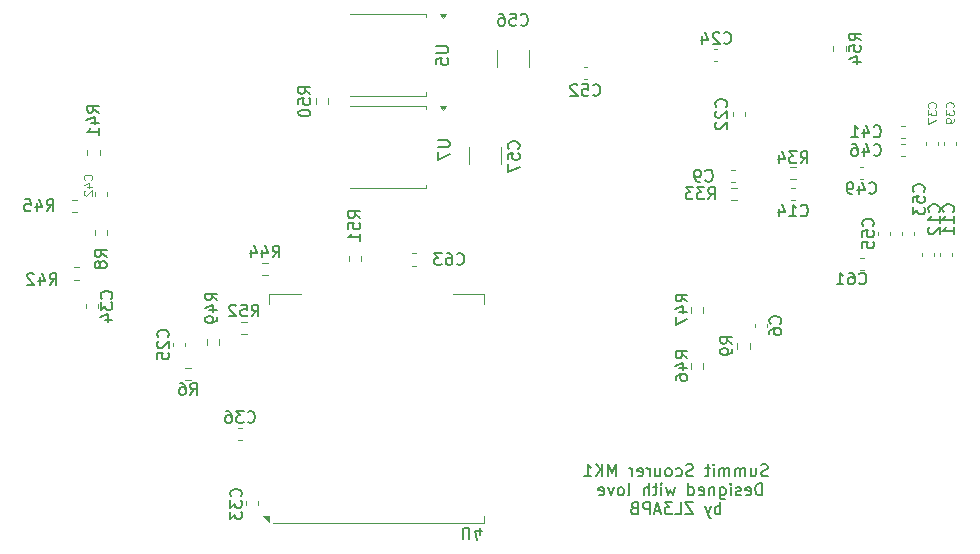
<source format=gbr>
%TF.GenerationSoftware,KiCad,Pcbnew,8.0.2*%
%TF.CreationDate,2025-04-20T12:58:55+12:00*%
%TF.ProjectId,summit_scourer,73756d6d-6974-45f7-9363-6f757265722e,rev?*%
%TF.SameCoordinates,Original*%
%TF.FileFunction,Legend,Bot*%
%TF.FilePolarity,Positive*%
%FSLAX46Y46*%
G04 Gerber Fmt 4.6, Leading zero omitted, Abs format (unit mm)*
G04 Created by KiCad (PCBNEW 8.0.2) date 2025-04-20 12:58:55*
%MOMM*%
%LPD*%
G01*
G04 APERTURE LIST*
%ADD10C,0.200000*%
%ADD11C,0.150000*%
%ADD12C,0.100000*%
%ADD13C,0.120000*%
G04 APERTURE END LIST*
D10*
X169761904Y-115099712D02*
X169619047Y-115147331D01*
X169619047Y-115147331D02*
X169380952Y-115147331D01*
X169380952Y-115147331D02*
X169285714Y-115099712D01*
X169285714Y-115099712D02*
X169238095Y-115052092D01*
X169238095Y-115052092D02*
X169190476Y-114956854D01*
X169190476Y-114956854D02*
X169190476Y-114861616D01*
X169190476Y-114861616D02*
X169238095Y-114766378D01*
X169238095Y-114766378D02*
X169285714Y-114718759D01*
X169285714Y-114718759D02*
X169380952Y-114671140D01*
X169380952Y-114671140D02*
X169571428Y-114623521D01*
X169571428Y-114623521D02*
X169666666Y-114575902D01*
X169666666Y-114575902D02*
X169714285Y-114528283D01*
X169714285Y-114528283D02*
X169761904Y-114433045D01*
X169761904Y-114433045D02*
X169761904Y-114337807D01*
X169761904Y-114337807D02*
X169714285Y-114242569D01*
X169714285Y-114242569D02*
X169666666Y-114194950D01*
X169666666Y-114194950D02*
X169571428Y-114147331D01*
X169571428Y-114147331D02*
X169333333Y-114147331D01*
X169333333Y-114147331D02*
X169190476Y-114194950D01*
X168333333Y-114480664D02*
X168333333Y-115147331D01*
X168761904Y-114480664D02*
X168761904Y-115004473D01*
X168761904Y-115004473D02*
X168714285Y-115099712D01*
X168714285Y-115099712D02*
X168619047Y-115147331D01*
X168619047Y-115147331D02*
X168476190Y-115147331D01*
X168476190Y-115147331D02*
X168380952Y-115099712D01*
X168380952Y-115099712D02*
X168333333Y-115052092D01*
X167857142Y-115147331D02*
X167857142Y-114480664D01*
X167857142Y-114575902D02*
X167809523Y-114528283D01*
X167809523Y-114528283D02*
X167714285Y-114480664D01*
X167714285Y-114480664D02*
X167571428Y-114480664D01*
X167571428Y-114480664D02*
X167476190Y-114528283D01*
X167476190Y-114528283D02*
X167428571Y-114623521D01*
X167428571Y-114623521D02*
X167428571Y-115147331D01*
X167428571Y-114623521D02*
X167380952Y-114528283D01*
X167380952Y-114528283D02*
X167285714Y-114480664D01*
X167285714Y-114480664D02*
X167142857Y-114480664D01*
X167142857Y-114480664D02*
X167047618Y-114528283D01*
X167047618Y-114528283D02*
X166999999Y-114623521D01*
X166999999Y-114623521D02*
X166999999Y-115147331D01*
X166523809Y-115147331D02*
X166523809Y-114480664D01*
X166523809Y-114575902D02*
X166476190Y-114528283D01*
X166476190Y-114528283D02*
X166380952Y-114480664D01*
X166380952Y-114480664D02*
X166238095Y-114480664D01*
X166238095Y-114480664D02*
X166142857Y-114528283D01*
X166142857Y-114528283D02*
X166095238Y-114623521D01*
X166095238Y-114623521D02*
X166095238Y-115147331D01*
X166095238Y-114623521D02*
X166047619Y-114528283D01*
X166047619Y-114528283D02*
X165952381Y-114480664D01*
X165952381Y-114480664D02*
X165809524Y-114480664D01*
X165809524Y-114480664D02*
X165714285Y-114528283D01*
X165714285Y-114528283D02*
X165666666Y-114623521D01*
X165666666Y-114623521D02*
X165666666Y-115147331D01*
X165190476Y-115147331D02*
X165190476Y-114480664D01*
X165190476Y-114147331D02*
X165238095Y-114194950D01*
X165238095Y-114194950D02*
X165190476Y-114242569D01*
X165190476Y-114242569D02*
X165142857Y-114194950D01*
X165142857Y-114194950D02*
X165190476Y-114147331D01*
X165190476Y-114147331D02*
X165190476Y-114242569D01*
X164857143Y-114480664D02*
X164476191Y-114480664D01*
X164714286Y-114147331D02*
X164714286Y-115004473D01*
X164714286Y-115004473D02*
X164666667Y-115099712D01*
X164666667Y-115099712D02*
X164571429Y-115147331D01*
X164571429Y-115147331D02*
X164476191Y-115147331D01*
X163428571Y-115099712D02*
X163285714Y-115147331D01*
X163285714Y-115147331D02*
X163047619Y-115147331D01*
X163047619Y-115147331D02*
X162952381Y-115099712D01*
X162952381Y-115099712D02*
X162904762Y-115052092D01*
X162904762Y-115052092D02*
X162857143Y-114956854D01*
X162857143Y-114956854D02*
X162857143Y-114861616D01*
X162857143Y-114861616D02*
X162904762Y-114766378D01*
X162904762Y-114766378D02*
X162952381Y-114718759D01*
X162952381Y-114718759D02*
X163047619Y-114671140D01*
X163047619Y-114671140D02*
X163238095Y-114623521D01*
X163238095Y-114623521D02*
X163333333Y-114575902D01*
X163333333Y-114575902D02*
X163380952Y-114528283D01*
X163380952Y-114528283D02*
X163428571Y-114433045D01*
X163428571Y-114433045D02*
X163428571Y-114337807D01*
X163428571Y-114337807D02*
X163380952Y-114242569D01*
X163380952Y-114242569D02*
X163333333Y-114194950D01*
X163333333Y-114194950D02*
X163238095Y-114147331D01*
X163238095Y-114147331D02*
X163000000Y-114147331D01*
X163000000Y-114147331D02*
X162857143Y-114194950D01*
X162000000Y-115099712D02*
X162095238Y-115147331D01*
X162095238Y-115147331D02*
X162285714Y-115147331D01*
X162285714Y-115147331D02*
X162380952Y-115099712D01*
X162380952Y-115099712D02*
X162428571Y-115052092D01*
X162428571Y-115052092D02*
X162476190Y-114956854D01*
X162476190Y-114956854D02*
X162476190Y-114671140D01*
X162476190Y-114671140D02*
X162428571Y-114575902D01*
X162428571Y-114575902D02*
X162380952Y-114528283D01*
X162380952Y-114528283D02*
X162285714Y-114480664D01*
X162285714Y-114480664D02*
X162095238Y-114480664D01*
X162095238Y-114480664D02*
X162000000Y-114528283D01*
X161428571Y-115147331D02*
X161523809Y-115099712D01*
X161523809Y-115099712D02*
X161571428Y-115052092D01*
X161571428Y-115052092D02*
X161619047Y-114956854D01*
X161619047Y-114956854D02*
X161619047Y-114671140D01*
X161619047Y-114671140D02*
X161571428Y-114575902D01*
X161571428Y-114575902D02*
X161523809Y-114528283D01*
X161523809Y-114528283D02*
X161428571Y-114480664D01*
X161428571Y-114480664D02*
X161285714Y-114480664D01*
X161285714Y-114480664D02*
X161190476Y-114528283D01*
X161190476Y-114528283D02*
X161142857Y-114575902D01*
X161142857Y-114575902D02*
X161095238Y-114671140D01*
X161095238Y-114671140D02*
X161095238Y-114956854D01*
X161095238Y-114956854D02*
X161142857Y-115052092D01*
X161142857Y-115052092D02*
X161190476Y-115099712D01*
X161190476Y-115099712D02*
X161285714Y-115147331D01*
X161285714Y-115147331D02*
X161428571Y-115147331D01*
X160238095Y-114480664D02*
X160238095Y-115147331D01*
X160666666Y-114480664D02*
X160666666Y-115004473D01*
X160666666Y-115004473D02*
X160619047Y-115099712D01*
X160619047Y-115099712D02*
X160523809Y-115147331D01*
X160523809Y-115147331D02*
X160380952Y-115147331D01*
X160380952Y-115147331D02*
X160285714Y-115099712D01*
X160285714Y-115099712D02*
X160238095Y-115052092D01*
X159761904Y-115147331D02*
X159761904Y-114480664D01*
X159761904Y-114671140D02*
X159714285Y-114575902D01*
X159714285Y-114575902D02*
X159666666Y-114528283D01*
X159666666Y-114528283D02*
X159571428Y-114480664D01*
X159571428Y-114480664D02*
X159476190Y-114480664D01*
X158761904Y-115099712D02*
X158857142Y-115147331D01*
X158857142Y-115147331D02*
X159047618Y-115147331D01*
X159047618Y-115147331D02*
X159142856Y-115099712D01*
X159142856Y-115099712D02*
X159190475Y-115004473D01*
X159190475Y-115004473D02*
X159190475Y-114623521D01*
X159190475Y-114623521D02*
X159142856Y-114528283D01*
X159142856Y-114528283D02*
X159047618Y-114480664D01*
X159047618Y-114480664D02*
X158857142Y-114480664D01*
X158857142Y-114480664D02*
X158761904Y-114528283D01*
X158761904Y-114528283D02*
X158714285Y-114623521D01*
X158714285Y-114623521D02*
X158714285Y-114718759D01*
X158714285Y-114718759D02*
X159190475Y-114813997D01*
X158285713Y-115147331D02*
X158285713Y-114480664D01*
X158285713Y-114671140D02*
X158238094Y-114575902D01*
X158238094Y-114575902D02*
X158190475Y-114528283D01*
X158190475Y-114528283D02*
X158095237Y-114480664D01*
X158095237Y-114480664D02*
X157999999Y-114480664D01*
X156904760Y-115147331D02*
X156904760Y-114147331D01*
X156904760Y-114147331D02*
X156571427Y-114861616D01*
X156571427Y-114861616D02*
X156238094Y-114147331D01*
X156238094Y-114147331D02*
X156238094Y-115147331D01*
X155761903Y-115147331D02*
X155761903Y-114147331D01*
X155190475Y-115147331D02*
X155619046Y-114575902D01*
X155190475Y-114147331D02*
X155761903Y-114718759D01*
X154238094Y-115147331D02*
X154809522Y-115147331D01*
X154523808Y-115147331D02*
X154523808Y-114147331D01*
X154523808Y-114147331D02*
X154619046Y-114290188D01*
X154619046Y-114290188D02*
X154714284Y-114385426D01*
X154714284Y-114385426D02*
X154809522Y-114433045D01*
X169285714Y-116757275D02*
X169285714Y-115757275D01*
X169285714Y-115757275D02*
X169047619Y-115757275D01*
X169047619Y-115757275D02*
X168904762Y-115804894D01*
X168904762Y-115804894D02*
X168809524Y-115900132D01*
X168809524Y-115900132D02*
X168761905Y-115995370D01*
X168761905Y-115995370D02*
X168714286Y-116185846D01*
X168714286Y-116185846D02*
X168714286Y-116328703D01*
X168714286Y-116328703D02*
X168761905Y-116519179D01*
X168761905Y-116519179D02*
X168809524Y-116614417D01*
X168809524Y-116614417D02*
X168904762Y-116709656D01*
X168904762Y-116709656D02*
X169047619Y-116757275D01*
X169047619Y-116757275D02*
X169285714Y-116757275D01*
X167904762Y-116709656D02*
X168000000Y-116757275D01*
X168000000Y-116757275D02*
X168190476Y-116757275D01*
X168190476Y-116757275D02*
X168285714Y-116709656D01*
X168285714Y-116709656D02*
X168333333Y-116614417D01*
X168333333Y-116614417D02*
X168333333Y-116233465D01*
X168333333Y-116233465D02*
X168285714Y-116138227D01*
X168285714Y-116138227D02*
X168190476Y-116090608D01*
X168190476Y-116090608D02*
X168000000Y-116090608D01*
X168000000Y-116090608D02*
X167904762Y-116138227D01*
X167904762Y-116138227D02*
X167857143Y-116233465D01*
X167857143Y-116233465D02*
X167857143Y-116328703D01*
X167857143Y-116328703D02*
X168333333Y-116423941D01*
X167476190Y-116709656D02*
X167380952Y-116757275D01*
X167380952Y-116757275D02*
X167190476Y-116757275D01*
X167190476Y-116757275D02*
X167095238Y-116709656D01*
X167095238Y-116709656D02*
X167047619Y-116614417D01*
X167047619Y-116614417D02*
X167047619Y-116566798D01*
X167047619Y-116566798D02*
X167095238Y-116471560D01*
X167095238Y-116471560D02*
X167190476Y-116423941D01*
X167190476Y-116423941D02*
X167333333Y-116423941D01*
X167333333Y-116423941D02*
X167428571Y-116376322D01*
X167428571Y-116376322D02*
X167476190Y-116281084D01*
X167476190Y-116281084D02*
X167476190Y-116233465D01*
X167476190Y-116233465D02*
X167428571Y-116138227D01*
X167428571Y-116138227D02*
X167333333Y-116090608D01*
X167333333Y-116090608D02*
X167190476Y-116090608D01*
X167190476Y-116090608D02*
X167095238Y-116138227D01*
X166619047Y-116757275D02*
X166619047Y-116090608D01*
X166619047Y-115757275D02*
X166666666Y-115804894D01*
X166666666Y-115804894D02*
X166619047Y-115852513D01*
X166619047Y-115852513D02*
X166571428Y-115804894D01*
X166571428Y-115804894D02*
X166619047Y-115757275D01*
X166619047Y-115757275D02*
X166619047Y-115852513D01*
X165714286Y-116090608D02*
X165714286Y-116900132D01*
X165714286Y-116900132D02*
X165761905Y-116995370D01*
X165761905Y-116995370D02*
X165809524Y-117042989D01*
X165809524Y-117042989D02*
X165904762Y-117090608D01*
X165904762Y-117090608D02*
X166047619Y-117090608D01*
X166047619Y-117090608D02*
X166142857Y-117042989D01*
X165714286Y-116709656D02*
X165809524Y-116757275D01*
X165809524Y-116757275D02*
X166000000Y-116757275D01*
X166000000Y-116757275D02*
X166095238Y-116709656D01*
X166095238Y-116709656D02*
X166142857Y-116662036D01*
X166142857Y-116662036D02*
X166190476Y-116566798D01*
X166190476Y-116566798D02*
X166190476Y-116281084D01*
X166190476Y-116281084D02*
X166142857Y-116185846D01*
X166142857Y-116185846D02*
X166095238Y-116138227D01*
X166095238Y-116138227D02*
X166000000Y-116090608D01*
X166000000Y-116090608D02*
X165809524Y-116090608D01*
X165809524Y-116090608D02*
X165714286Y-116138227D01*
X165238095Y-116090608D02*
X165238095Y-116757275D01*
X165238095Y-116185846D02*
X165190476Y-116138227D01*
X165190476Y-116138227D02*
X165095238Y-116090608D01*
X165095238Y-116090608D02*
X164952381Y-116090608D01*
X164952381Y-116090608D02*
X164857143Y-116138227D01*
X164857143Y-116138227D02*
X164809524Y-116233465D01*
X164809524Y-116233465D02*
X164809524Y-116757275D01*
X163952381Y-116709656D02*
X164047619Y-116757275D01*
X164047619Y-116757275D02*
X164238095Y-116757275D01*
X164238095Y-116757275D02*
X164333333Y-116709656D01*
X164333333Y-116709656D02*
X164380952Y-116614417D01*
X164380952Y-116614417D02*
X164380952Y-116233465D01*
X164380952Y-116233465D02*
X164333333Y-116138227D01*
X164333333Y-116138227D02*
X164238095Y-116090608D01*
X164238095Y-116090608D02*
X164047619Y-116090608D01*
X164047619Y-116090608D02*
X163952381Y-116138227D01*
X163952381Y-116138227D02*
X163904762Y-116233465D01*
X163904762Y-116233465D02*
X163904762Y-116328703D01*
X163904762Y-116328703D02*
X164380952Y-116423941D01*
X163047619Y-116757275D02*
X163047619Y-115757275D01*
X163047619Y-116709656D02*
X163142857Y-116757275D01*
X163142857Y-116757275D02*
X163333333Y-116757275D01*
X163333333Y-116757275D02*
X163428571Y-116709656D01*
X163428571Y-116709656D02*
X163476190Y-116662036D01*
X163476190Y-116662036D02*
X163523809Y-116566798D01*
X163523809Y-116566798D02*
X163523809Y-116281084D01*
X163523809Y-116281084D02*
X163476190Y-116185846D01*
X163476190Y-116185846D02*
X163428571Y-116138227D01*
X163428571Y-116138227D02*
X163333333Y-116090608D01*
X163333333Y-116090608D02*
X163142857Y-116090608D01*
X163142857Y-116090608D02*
X163047619Y-116138227D01*
X161904761Y-116090608D02*
X161714285Y-116757275D01*
X161714285Y-116757275D02*
X161523809Y-116281084D01*
X161523809Y-116281084D02*
X161333333Y-116757275D01*
X161333333Y-116757275D02*
X161142857Y-116090608D01*
X160761904Y-116757275D02*
X160761904Y-116090608D01*
X160761904Y-115757275D02*
X160809523Y-115804894D01*
X160809523Y-115804894D02*
X160761904Y-115852513D01*
X160761904Y-115852513D02*
X160714285Y-115804894D01*
X160714285Y-115804894D02*
X160761904Y-115757275D01*
X160761904Y-115757275D02*
X160761904Y-115852513D01*
X160428571Y-116090608D02*
X160047619Y-116090608D01*
X160285714Y-115757275D02*
X160285714Y-116614417D01*
X160285714Y-116614417D02*
X160238095Y-116709656D01*
X160238095Y-116709656D02*
X160142857Y-116757275D01*
X160142857Y-116757275D02*
X160047619Y-116757275D01*
X159714285Y-116757275D02*
X159714285Y-115757275D01*
X159285714Y-116757275D02*
X159285714Y-116233465D01*
X159285714Y-116233465D02*
X159333333Y-116138227D01*
X159333333Y-116138227D02*
X159428571Y-116090608D01*
X159428571Y-116090608D02*
X159571428Y-116090608D01*
X159571428Y-116090608D02*
X159666666Y-116138227D01*
X159666666Y-116138227D02*
X159714285Y-116185846D01*
X157904761Y-116757275D02*
X157999999Y-116709656D01*
X157999999Y-116709656D02*
X158047618Y-116614417D01*
X158047618Y-116614417D02*
X158047618Y-115757275D01*
X157380951Y-116757275D02*
X157476189Y-116709656D01*
X157476189Y-116709656D02*
X157523808Y-116662036D01*
X157523808Y-116662036D02*
X157571427Y-116566798D01*
X157571427Y-116566798D02*
X157571427Y-116281084D01*
X157571427Y-116281084D02*
X157523808Y-116185846D01*
X157523808Y-116185846D02*
X157476189Y-116138227D01*
X157476189Y-116138227D02*
X157380951Y-116090608D01*
X157380951Y-116090608D02*
X157238094Y-116090608D01*
X157238094Y-116090608D02*
X157142856Y-116138227D01*
X157142856Y-116138227D02*
X157095237Y-116185846D01*
X157095237Y-116185846D02*
X157047618Y-116281084D01*
X157047618Y-116281084D02*
X157047618Y-116566798D01*
X157047618Y-116566798D02*
X157095237Y-116662036D01*
X157095237Y-116662036D02*
X157142856Y-116709656D01*
X157142856Y-116709656D02*
X157238094Y-116757275D01*
X157238094Y-116757275D02*
X157380951Y-116757275D01*
X156714284Y-116090608D02*
X156476189Y-116757275D01*
X156476189Y-116757275D02*
X156238094Y-116090608D01*
X155476189Y-116709656D02*
X155571427Y-116757275D01*
X155571427Y-116757275D02*
X155761903Y-116757275D01*
X155761903Y-116757275D02*
X155857141Y-116709656D01*
X155857141Y-116709656D02*
X155904760Y-116614417D01*
X155904760Y-116614417D02*
X155904760Y-116233465D01*
X155904760Y-116233465D02*
X155857141Y-116138227D01*
X155857141Y-116138227D02*
X155761903Y-116090608D01*
X155761903Y-116090608D02*
X155571427Y-116090608D01*
X155571427Y-116090608D02*
X155476189Y-116138227D01*
X155476189Y-116138227D02*
X155428570Y-116233465D01*
X155428570Y-116233465D02*
X155428570Y-116328703D01*
X155428570Y-116328703D02*
X155904760Y-116423941D01*
X165761904Y-118367219D02*
X165761904Y-117367219D01*
X165761904Y-117748171D02*
X165666666Y-117700552D01*
X165666666Y-117700552D02*
X165476190Y-117700552D01*
X165476190Y-117700552D02*
X165380952Y-117748171D01*
X165380952Y-117748171D02*
X165333333Y-117795790D01*
X165333333Y-117795790D02*
X165285714Y-117891028D01*
X165285714Y-117891028D02*
X165285714Y-118176742D01*
X165285714Y-118176742D02*
X165333333Y-118271980D01*
X165333333Y-118271980D02*
X165380952Y-118319600D01*
X165380952Y-118319600D02*
X165476190Y-118367219D01*
X165476190Y-118367219D02*
X165666666Y-118367219D01*
X165666666Y-118367219D02*
X165761904Y-118319600D01*
X164952380Y-117700552D02*
X164714285Y-118367219D01*
X164476190Y-117700552D02*
X164714285Y-118367219D01*
X164714285Y-118367219D02*
X164809523Y-118605314D01*
X164809523Y-118605314D02*
X164857142Y-118652933D01*
X164857142Y-118652933D02*
X164952380Y-118700552D01*
X163428570Y-117367219D02*
X162761904Y-117367219D01*
X162761904Y-117367219D02*
X163428570Y-118367219D01*
X163428570Y-118367219D02*
X162761904Y-118367219D01*
X161904761Y-118367219D02*
X162380951Y-118367219D01*
X162380951Y-118367219D02*
X162380951Y-117367219D01*
X161666665Y-117367219D02*
X161047618Y-117367219D01*
X161047618Y-117367219D02*
X161380951Y-117748171D01*
X161380951Y-117748171D02*
X161238094Y-117748171D01*
X161238094Y-117748171D02*
X161142856Y-117795790D01*
X161142856Y-117795790D02*
X161095237Y-117843409D01*
X161095237Y-117843409D02*
X161047618Y-117938647D01*
X161047618Y-117938647D02*
X161047618Y-118176742D01*
X161047618Y-118176742D02*
X161095237Y-118271980D01*
X161095237Y-118271980D02*
X161142856Y-118319600D01*
X161142856Y-118319600D02*
X161238094Y-118367219D01*
X161238094Y-118367219D02*
X161523808Y-118367219D01*
X161523808Y-118367219D02*
X161619046Y-118319600D01*
X161619046Y-118319600D02*
X161666665Y-118271980D01*
X160666665Y-118081504D02*
X160190475Y-118081504D01*
X160761903Y-118367219D02*
X160428570Y-117367219D01*
X160428570Y-117367219D02*
X160095237Y-118367219D01*
X159761903Y-118367219D02*
X159761903Y-117367219D01*
X159761903Y-117367219D02*
X159380951Y-117367219D01*
X159380951Y-117367219D02*
X159285713Y-117414838D01*
X159285713Y-117414838D02*
X159238094Y-117462457D01*
X159238094Y-117462457D02*
X159190475Y-117557695D01*
X159190475Y-117557695D02*
X159190475Y-117700552D01*
X159190475Y-117700552D02*
X159238094Y-117795790D01*
X159238094Y-117795790D02*
X159285713Y-117843409D01*
X159285713Y-117843409D02*
X159380951Y-117891028D01*
X159380951Y-117891028D02*
X159761903Y-117891028D01*
X158428570Y-117843409D02*
X158285713Y-117891028D01*
X158285713Y-117891028D02*
X158238094Y-117938647D01*
X158238094Y-117938647D02*
X158190475Y-118033885D01*
X158190475Y-118033885D02*
X158190475Y-118176742D01*
X158190475Y-118176742D02*
X158238094Y-118271980D01*
X158238094Y-118271980D02*
X158285713Y-118319600D01*
X158285713Y-118319600D02*
X158380951Y-118367219D01*
X158380951Y-118367219D02*
X158761903Y-118367219D01*
X158761903Y-118367219D02*
X158761903Y-117367219D01*
X158761903Y-117367219D02*
X158428570Y-117367219D01*
X158428570Y-117367219D02*
X158333332Y-117414838D01*
X158333332Y-117414838D02*
X158285713Y-117462457D01*
X158285713Y-117462457D02*
X158238094Y-117557695D01*
X158238094Y-117557695D02*
X158238094Y-117652933D01*
X158238094Y-117652933D02*
X158285713Y-117748171D01*
X158285713Y-117748171D02*
X158333332Y-117795790D01*
X158333332Y-117795790D02*
X158428570Y-117843409D01*
X158428570Y-117843409D02*
X158761903Y-117843409D01*
D11*
X108967857Y-98954819D02*
X109301190Y-98478628D01*
X109539285Y-98954819D02*
X109539285Y-97954819D01*
X109539285Y-97954819D02*
X109158333Y-97954819D01*
X109158333Y-97954819D02*
X109063095Y-98002438D01*
X109063095Y-98002438D02*
X109015476Y-98050057D01*
X109015476Y-98050057D02*
X108967857Y-98145295D01*
X108967857Y-98145295D02*
X108967857Y-98288152D01*
X108967857Y-98288152D02*
X109015476Y-98383390D01*
X109015476Y-98383390D02*
X109063095Y-98431009D01*
X109063095Y-98431009D02*
X109158333Y-98478628D01*
X109158333Y-98478628D02*
X109539285Y-98478628D01*
X108110714Y-98288152D02*
X108110714Y-98954819D01*
X108348809Y-97907200D02*
X108586904Y-98621485D01*
X108586904Y-98621485D02*
X107967857Y-98621485D01*
X107634523Y-98050057D02*
X107586904Y-98002438D01*
X107586904Y-98002438D02*
X107491666Y-97954819D01*
X107491666Y-97954819D02*
X107253571Y-97954819D01*
X107253571Y-97954819D02*
X107158333Y-98002438D01*
X107158333Y-98002438D02*
X107110714Y-98050057D01*
X107110714Y-98050057D02*
X107063095Y-98145295D01*
X107063095Y-98145295D02*
X107063095Y-98240533D01*
X107063095Y-98240533D02*
X107110714Y-98383390D01*
X107110714Y-98383390D02*
X107682142Y-98954819D01*
X107682142Y-98954819D02*
X107063095Y-98954819D01*
X164491666Y-90109580D02*
X164539285Y-90157200D01*
X164539285Y-90157200D02*
X164682142Y-90204819D01*
X164682142Y-90204819D02*
X164777380Y-90204819D01*
X164777380Y-90204819D02*
X164920237Y-90157200D01*
X164920237Y-90157200D02*
X165015475Y-90061961D01*
X165015475Y-90061961D02*
X165063094Y-89966723D01*
X165063094Y-89966723D02*
X165110713Y-89776247D01*
X165110713Y-89776247D02*
X165110713Y-89633390D01*
X165110713Y-89633390D02*
X165063094Y-89442914D01*
X165063094Y-89442914D02*
X165015475Y-89347676D01*
X165015475Y-89347676D02*
X164920237Y-89252438D01*
X164920237Y-89252438D02*
X164777380Y-89204819D01*
X164777380Y-89204819D02*
X164682142Y-89204819D01*
X164682142Y-89204819D02*
X164539285Y-89252438D01*
X164539285Y-89252438D02*
X164491666Y-89300057D01*
X164015475Y-90204819D02*
X163824999Y-90204819D01*
X163824999Y-90204819D02*
X163729761Y-90157200D01*
X163729761Y-90157200D02*
X163682142Y-90109580D01*
X163682142Y-90109580D02*
X163586904Y-89966723D01*
X163586904Y-89966723D02*
X163539285Y-89776247D01*
X163539285Y-89776247D02*
X163539285Y-89395295D01*
X163539285Y-89395295D02*
X163586904Y-89300057D01*
X163586904Y-89300057D02*
X163634523Y-89252438D01*
X163634523Y-89252438D02*
X163729761Y-89204819D01*
X163729761Y-89204819D02*
X163920237Y-89204819D01*
X163920237Y-89204819D02*
X164015475Y-89252438D01*
X164015475Y-89252438D02*
X164063094Y-89300057D01*
X164063094Y-89300057D02*
X164110713Y-89395295D01*
X164110713Y-89395295D02*
X164110713Y-89633390D01*
X164110713Y-89633390D02*
X164063094Y-89728628D01*
X164063094Y-89728628D02*
X164015475Y-89776247D01*
X164015475Y-89776247D02*
X163920237Y-89823866D01*
X163920237Y-89823866D02*
X163729761Y-89823866D01*
X163729761Y-89823866D02*
X163634523Y-89776247D01*
X163634523Y-89776247D02*
X163586904Y-89728628D01*
X163586904Y-89728628D02*
X163539285Y-89633390D01*
X114184580Y-100107142D02*
X114232200Y-100059523D01*
X114232200Y-100059523D02*
X114279819Y-99916666D01*
X114279819Y-99916666D02*
X114279819Y-99821428D01*
X114279819Y-99821428D02*
X114232200Y-99678571D01*
X114232200Y-99678571D02*
X114136961Y-99583333D01*
X114136961Y-99583333D02*
X114041723Y-99535714D01*
X114041723Y-99535714D02*
X113851247Y-99488095D01*
X113851247Y-99488095D02*
X113708390Y-99488095D01*
X113708390Y-99488095D02*
X113517914Y-99535714D01*
X113517914Y-99535714D02*
X113422676Y-99583333D01*
X113422676Y-99583333D02*
X113327438Y-99678571D01*
X113327438Y-99678571D02*
X113279819Y-99821428D01*
X113279819Y-99821428D02*
X113279819Y-99916666D01*
X113279819Y-99916666D02*
X113327438Y-100059523D01*
X113327438Y-100059523D02*
X113375057Y-100107142D01*
X113279819Y-100440476D02*
X113279819Y-101059523D01*
X113279819Y-101059523D02*
X113660771Y-100726190D01*
X113660771Y-100726190D02*
X113660771Y-100869047D01*
X113660771Y-100869047D02*
X113708390Y-100964285D01*
X113708390Y-100964285D02*
X113756009Y-101011904D01*
X113756009Y-101011904D02*
X113851247Y-101059523D01*
X113851247Y-101059523D02*
X114089342Y-101059523D01*
X114089342Y-101059523D02*
X114184580Y-101011904D01*
X114184580Y-101011904D02*
X114232200Y-100964285D01*
X114232200Y-100964285D02*
X114279819Y-100869047D01*
X114279819Y-100869047D02*
X114279819Y-100583333D01*
X114279819Y-100583333D02*
X114232200Y-100488095D01*
X114232200Y-100488095D02*
X114184580Y-100440476D01*
X113613152Y-101916666D02*
X114279819Y-101916666D01*
X113232200Y-101678571D02*
X113946485Y-101440476D01*
X113946485Y-101440476D02*
X113946485Y-102059523D01*
X108717857Y-92704819D02*
X109051190Y-92228628D01*
X109289285Y-92704819D02*
X109289285Y-91704819D01*
X109289285Y-91704819D02*
X108908333Y-91704819D01*
X108908333Y-91704819D02*
X108813095Y-91752438D01*
X108813095Y-91752438D02*
X108765476Y-91800057D01*
X108765476Y-91800057D02*
X108717857Y-91895295D01*
X108717857Y-91895295D02*
X108717857Y-92038152D01*
X108717857Y-92038152D02*
X108765476Y-92133390D01*
X108765476Y-92133390D02*
X108813095Y-92181009D01*
X108813095Y-92181009D02*
X108908333Y-92228628D01*
X108908333Y-92228628D02*
X109289285Y-92228628D01*
X107860714Y-92038152D02*
X107860714Y-92704819D01*
X108098809Y-91657200D02*
X108336904Y-92371485D01*
X108336904Y-92371485D02*
X107717857Y-92371485D01*
X106860714Y-91704819D02*
X107336904Y-91704819D01*
X107336904Y-91704819D02*
X107384523Y-92181009D01*
X107384523Y-92181009D02*
X107336904Y-92133390D01*
X107336904Y-92133390D02*
X107241666Y-92085771D01*
X107241666Y-92085771D02*
X107003571Y-92085771D01*
X107003571Y-92085771D02*
X106908333Y-92133390D01*
X106908333Y-92133390D02*
X106860714Y-92181009D01*
X106860714Y-92181009D02*
X106813095Y-92276247D01*
X106813095Y-92276247D02*
X106813095Y-92514342D01*
X106813095Y-92514342D02*
X106860714Y-92609580D01*
X106860714Y-92609580D02*
X106908333Y-92657200D01*
X106908333Y-92657200D02*
X107003571Y-92704819D01*
X107003571Y-92704819D02*
X107241666Y-92704819D01*
X107241666Y-92704819D02*
X107336904Y-92657200D01*
X107336904Y-92657200D02*
X107384523Y-92609580D01*
X127842857Y-96624819D02*
X128176190Y-96148628D01*
X128414285Y-96624819D02*
X128414285Y-95624819D01*
X128414285Y-95624819D02*
X128033333Y-95624819D01*
X128033333Y-95624819D02*
X127938095Y-95672438D01*
X127938095Y-95672438D02*
X127890476Y-95720057D01*
X127890476Y-95720057D02*
X127842857Y-95815295D01*
X127842857Y-95815295D02*
X127842857Y-95958152D01*
X127842857Y-95958152D02*
X127890476Y-96053390D01*
X127890476Y-96053390D02*
X127938095Y-96101009D01*
X127938095Y-96101009D02*
X128033333Y-96148628D01*
X128033333Y-96148628D02*
X128414285Y-96148628D01*
X126985714Y-95958152D02*
X126985714Y-96624819D01*
X127223809Y-95577200D02*
X127461904Y-96291485D01*
X127461904Y-96291485D02*
X126842857Y-96291485D01*
X126033333Y-95958152D02*
X126033333Y-96624819D01*
X126271428Y-95577200D02*
X126509523Y-96291485D01*
X126509523Y-96291485D02*
X125890476Y-96291485D01*
X120866666Y-108254819D02*
X121199999Y-107778628D01*
X121438094Y-108254819D02*
X121438094Y-107254819D01*
X121438094Y-107254819D02*
X121057142Y-107254819D01*
X121057142Y-107254819D02*
X120961904Y-107302438D01*
X120961904Y-107302438D02*
X120914285Y-107350057D01*
X120914285Y-107350057D02*
X120866666Y-107445295D01*
X120866666Y-107445295D02*
X120866666Y-107588152D01*
X120866666Y-107588152D02*
X120914285Y-107683390D01*
X120914285Y-107683390D02*
X120961904Y-107731009D01*
X120961904Y-107731009D02*
X121057142Y-107778628D01*
X121057142Y-107778628D02*
X121438094Y-107778628D01*
X120009523Y-107254819D02*
X120199999Y-107254819D01*
X120199999Y-107254819D02*
X120295237Y-107302438D01*
X120295237Y-107302438D02*
X120342856Y-107350057D01*
X120342856Y-107350057D02*
X120438094Y-107492914D01*
X120438094Y-107492914D02*
X120485713Y-107683390D01*
X120485713Y-107683390D02*
X120485713Y-108064342D01*
X120485713Y-108064342D02*
X120438094Y-108159580D01*
X120438094Y-108159580D02*
X120390475Y-108207200D01*
X120390475Y-108207200D02*
X120295237Y-108254819D01*
X120295237Y-108254819D02*
X120104761Y-108254819D01*
X120104761Y-108254819D02*
X120009523Y-108207200D01*
X120009523Y-108207200D02*
X119961904Y-108159580D01*
X119961904Y-108159580D02*
X119914285Y-108064342D01*
X119914285Y-108064342D02*
X119914285Y-107826247D01*
X119914285Y-107826247D02*
X119961904Y-107731009D01*
X119961904Y-107731009D02*
X120009523Y-107683390D01*
X120009523Y-107683390D02*
X120104761Y-107635771D01*
X120104761Y-107635771D02*
X120295237Y-107635771D01*
X120295237Y-107635771D02*
X120390475Y-107683390D01*
X120390475Y-107683390D02*
X120438094Y-107731009D01*
X120438094Y-107731009D02*
X120485713Y-107826247D01*
X141704819Y-78738095D02*
X142514342Y-78738095D01*
X142514342Y-78738095D02*
X142609580Y-78785714D01*
X142609580Y-78785714D02*
X142657200Y-78833333D01*
X142657200Y-78833333D02*
X142704819Y-78928571D01*
X142704819Y-78928571D02*
X142704819Y-79119047D01*
X142704819Y-79119047D02*
X142657200Y-79214285D01*
X142657200Y-79214285D02*
X142609580Y-79261904D01*
X142609580Y-79261904D02*
X142514342Y-79309523D01*
X142514342Y-79309523D02*
X141704819Y-79309523D01*
X141704819Y-80261904D02*
X141704819Y-79785714D01*
X141704819Y-79785714D02*
X142181009Y-79738095D01*
X142181009Y-79738095D02*
X142133390Y-79785714D01*
X142133390Y-79785714D02*
X142085771Y-79880952D01*
X142085771Y-79880952D02*
X142085771Y-80119047D01*
X142085771Y-80119047D02*
X142133390Y-80214285D01*
X142133390Y-80214285D02*
X142181009Y-80261904D01*
X142181009Y-80261904D02*
X142276247Y-80309523D01*
X142276247Y-80309523D02*
X142514342Y-80309523D01*
X142514342Y-80309523D02*
X142609580Y-80261904D01*
X142609580Y-80261904D02*
X142657200Y-80214285D01*
X142657200Y-80214285D02*
X142704819Y-80119047D01*
X142704819Y-80119047D02*
X142704819Y-79880952D01*
X142704819Y-79880952D02*
X142657200Y-79785714D01*
X142657200Y-79785714D02*
X142609580Y-79738095D01*
X125159580Y-116857142D02*
X125207200Y-116809523D01*
X125207200Y-116809523D02*
X125254819Y-116666666D01*
X125254819Y-116666666D02*
X125254819Y-116571428D01*
X125254819Y-116571428D02*
X125207200Y-116428571D01*
X125207200Y-116428571D02*
X125111961Y-116333333D01*
X125111961Y-116333333D02*
X125016723Y-116285714D01*
X125016723Y-116285714D02*
X124826247Y-116238095D01*
X124826247Y-116238095D02*
X124683390Y-116238095D01*
X124683390Y-116238095D02*
X124492914Y-116285714D01*
X124492914Y-116285714D02*
X124397676Y-116333333D01*
X124397676Y-116333333D02*
X124302438Y-116428571D01*
X124302438Y-116428571D02*
X124254819Y-116571428D01*
X124254819Y-116571428D02*
X124254819Y-116666666D01*
X124254819Y-116666666D02*
X124302438Y-116809523D01*
X124302438Y-116809523D02*
X124350057Y-116857142D01*
X124254819Y-117190476D02*
X124254819Y-117809523D01*
X124254819Y-117809523D02*
X124635771Y-117476190D01*
X124635771Y-117476190D02*
X124635771Y-117619047D01*
X124635771Y-117619047D02*
X124683390Y-117714285D01*
X124683390Y-117714285D02*
X124731009Y-117761904D01*
X124731009Y-117761904D02*
X124826247Y-117809523D01*
X124826247Y-117809523D02*
X125064342Y-117809523D01*
X125064342Y-117809523D02*
X125159580Y-117761904D01*
X125159580Y-117761904D02*
X125207200Y-117714285D01*
X125207200Y-117714285D02*
X125254819Y-117619047D01*
X125254819Y-117619047D02*
X125254819Y-117333333D01*
X125254819Y-117333333D02*
X125207200Y-117238095D01*
X125207200Y-117238095D02*
X125159580Y-117190476D01*
X124254819Y-118142857D02*
X124254819Y-118761904D01*
X124254819Y-118761904D02*
X124635771Y-118428571D01*
X124635771Y-118428571D02*
X124635771Y-118571428D01*
X124635771Y-118571428D02*
X124683390Y-118666666D01*
X124683390Y-118666666D02*
X124731009Y-118714285D01*
X124731009Y-118714285D02*
X124826247Y-118761904D01*
X124826247Y-118761904D02*
X125064342Y-118761904D01*
X125064342Y-118761904D02*
X125159580Y-118714285D01*
X125159580Y-118714285D02*
X125207200Y-118666666D01*
X125207200Y-118666666D02*
X125254819Y-118571428D01*
X125254819Y-118571428D02*
X125254819Y-118285714D01*
X125254819Y-118285714D02*
X125207200Y-118190476D01*
X125207200Y-118190476D02*
X125159580Y-118142857D01*
X154967857Y-82859580D02*
X155015476Y-82907200D01*
X155015476Y-82907200D02*
X155158333Y-82954819D01*
X155158333Y-82954819D02*
X155253571Y-82954819D01*
X155253571Y-82954819D02*
X155396428Y-82907200D01*
X155396428Y-82907200D02*
X155491666Y-82811961D01*
X155491666Y-82811961D02*
X155539285Y-82716723D01*
X155539285Y-82716723D02*
X155586904Y-82526247D01*
X155586904Y-82526247D02*
X155586904Y-82383390D01*
X155586904Y-82383390D02*
X155539285Y-82192914D01*
X155539285Y-82192914D02*
X155491666Y-82097676D01*
X155491666Y-82097676D02*
X155396428Y-82002438D01*
X155396428Y-82002438D02*
X155253571Y-81954819D01*
X155253571Y-81954819D02*
X155158333Y-81954819D01*
X155158333Y-81954819D02*
X155015476Y-82002438D01*
X155015476Y-82002438D02*
X154967857Y-82050057D01*
X154063095Y-81954819D02*
X154539285Y-81954819D01*
X154539285Y-81954819D02*
X154586904Y-82431009D01*
X154586904Y-82431009D02*
X154539285Y-82383390D01*
X154539285Y-82383390D02*
X154444047Y-82335771D01*
X154444047Y-82335771D02*
X154205952Y-82335771D01*
X154205952Y-82335771D02*
X154110714Y-82383390D01*
X154110714Y-82383390D02*
X154063095Y-82431009D01*
X154063095Y-82431009D02*
X154015476Y-82526247D01*
X154015476Y-82526247D02*
X154015476Y-82764342D01*
X154015476Y-82764342D02*
X154063095Y-82859580D01*
X154063095Y-82859580D02*
X154110714Y-82907200D01*
X154110714Y-82907200D02*
X154205952Y-82954819D01*
X154205952Y-82954819D02*
X154444047Y-82954819D01*
X154444047Y-82954819D02*
X154539285Y-82907200D01*
X154539285Y-82907200D02*
X154586904Y-82859580D01*
X153634523Y-82050057D02*
X153586904Y-82002438D01*
X153586904Y-82002438D02*
X153491666Y-81954819D01*
X153491666Y-81954819D02*
X153253571Y-81954819D01*
X153253571Y-81954819D02*
X153158333Y-82002438D01*
X153158333Y-82002438D02*
X153110714Y-82050057D01*
X153110714Y-82050057D02*
X153063095Y-82145295D01*
X153063095Y-82145295D02*
X153063095Y-82240533D01*
X153063095Y-82240533D02*
X153110714Y-82383390D01*
X153110714Y-82383390D02*
X153682142Y-82954819D01*
X153682142Y-82954819D02*
X153063095Y-82954819D01*
X126067857Y-101624819D02*
X126401190Y-101148628D01*
X126639285Y-101624819D02*
X126639285Y-100624819D01*
X126639285Y-100624819D02*
X126258333Y-100624819D01*
X126258333Y-100624819D02*
X126163095Y-100672438D01*
X126163095Y-100672438D02*
X126115476Y-100720057D01*
X126115476Y-100720057D02*
X126067857Y-100815295D01*
X126067857Y-100815295D02*
X126067857Y-100958152D01*
X126067857Y-100958152D02*
X126115476Y-101053390D01*
X126115476Y-101053390D02*
X126163095Y-101101009D01*
X126163095Y-101101009D02*
X126258333Y-101148628D01*
X126258333Y-101148628D02*
X126639285Y-101148628D01*
X125163095Y-100624819D02*
X125639285Y-100624819D01*
X125639285Y-100624819D02*
X125686904Y-101101009D01*
X125686904Y-101101009D02*
X125639285Y-101053390D01*
X125639285Y-101053390D02*
X125544047Y-101005771D01*
X125544047Y-101005771D02*
X125305952Y-101005771D01*
X125305952Y-101005771D02*
X125210714Y-101053390D01*
X125210714Y-101053390D02*
X125163095Y-101101009D01*
X125163095Y-101101009D02*
X125115476Y-101196247D01*
X125115476Y-101196247D02*
X125115476Y-101434342D01*
X125115476Y-101434342D02*
X125163095Y-101529580D01*
X125163095Y-101529580D02*
X125210714Y-101577200D01*
X125210714Y-101577200D02*
X125305952Y-101624819D01*
X125305952Y-101624819D02*
X125544047Y-101624819D01*
X125544047Y-101624819D02*
X125639285Y-101577200D01*
X125639285Y-101577200D02*
X125686904Y-101529580D01*
X124734523Y-100720057D02*
X124686904Y-100672438D01*
X124686904Y-100672438D02*
X124591666Y-100624819D01*
X124591666Y-100624819D02*
X124353571Y-100624819D01*
X124353571Y-100624819D02*
X124258333Y-100672438D01*
X124258333Y-100672438D02*
X124210714Y-100720057D01*
X124210714Y-100720057D02*
X124163095Y-100815295D01*
X124163095Y-100815295D02*
X124163095Y-100910533D01*
X124163095Y-100910533D02*
X124210714Y-101053390D01*
X124210714Y-101053390D02*
X124782142Y-101624819D01*
X124782142Y-101624819D02*
X124163095Y-101624819D01*
D12*
X112501966Y-90049999D02*
X112535300Y-90016666D01*
X112535300Y-90016666D02*
X112568633Y-89916666D01*
X112568633Y-89916666D02*
X112568633Y-89849999D01*
X112568633Y-89849999D02*
X112535300Y-89749999D01*
X112535300Y-89749999D02*
X112468633Y-89683333D01*
X112468633Y-89683333D02*
X112401966Y-89649999D01*
X112401966Y-89649999D02*
X112268633Y-89616666D01*
X112268633Y-89616666D02*
X112168633Y-89616666D01*
X112168633Y-89616666D02*
X112035300Y-89649999D01*
X112035300Y-89649999D02*
X111968633Y-89683333D01*
X111968633Y-89683333D02*
X111901966Y-89749999D01*
X111901966Y-89749999D02*
X111868633Y-89849999D01*
X111868633Y-89849999D02*
X111868633Y-89916666D01*
X111868633Y-89916666D02*
X111901966Y-90016666D01*
X111901966Y-90016666D02*
X111935300Y-90049999D01*
X112101966Y-90649999D02*
X112568633Y-90649999D01*
X111835300Y-90483333D02*
X112335300Y-90316666D01*
X112335300Y-90316666D02*
X112335300Y-90749999D01*
X111935300Y-90983333D02*
X111901966Y-91016666D01*
X111901966Y-91016666D02*
X111868633Y-91083333D01*
X111868633Y-91083333D02*
X111868633Y-91250000D01*
X111868633Y-91250000D02*
X111901966Y-91316666D01*
X111901966Y-91316666D02*
X111935300Y-91350000D01*
X111935300Y-91350000D02*
X112001966Y-91383333D01*
X112001966Y-91383333D02*
X112068633Y-91383333D01*
X112068633Y-91383333D02*
X112168633Y-91350000D01*
X112168633Y-91350000D02*
X112568633Y-90950000D01*
X112568633Y-90950000D02*
X112568633Y-91383333D01*
D11*
X172542857Y-93059580D02*
X172590476Y-93107200D01*
X172590476Y-93107200D02*
X172733333Y-93154819D01*
X172733333Y-93154819D02*
X172828571Y-93154819D01*
X172828571Y-93154819D02*
X172971428Y-93107200D01*
X172971428Y-93107200D02*
X173066666Y-93011961D01*
X173066666Y-93011961D02*
X173114285Y-92916723D01*
X173114285Y-92916723D02*
X173161904Y-92726247D01*
X173161904Y-92726247D02*
X173161904Y-92583390D01*
X173161904Y-92583390D02*
X173114285Y-92392914D01*
X173114285Y-92392914D02*
X173066666Y-92297676D01*
X173066666Y-92297676D02*
X172971428Y-92202438D01*
X172971428Y-92202438D02*
X172828571Y-92154819D01*
X172828571Y-92154819D02*
X172733333Y-92154819D01*
X172733333Y-92154819D02*
X172590476Y-92202438D01*
X172590476Y-92202438D02*
X172542857Y-92250057D01*
X171590476Y-93154819D02*
X172161904Y-93154819D01*
X171876190Y-93154819D02*
X171876190Y-92154819D01*
X171876190Y-92154819D02*
X171971428Y-92297676D01*
X171971428Y-92297676D02*
X172066666Y-92392914D01*
X172066666Y-92392914D02*
X172161904Y-92440533D01*
X170733333Y-92488152D02*
X170733333Y-93154819D01*
X170971428Y-92107200D02*
X171209523Y-92821485D01*
X171209523Y-92821485D02*
X170590476Y-92821485D01*
X166042857Y-78459580D02*
X166090476Y-78507200D01*
X166090476Y-78507200D02*
X166233333Y-78554819D01*
X166233333Y-78554819D02*
X166328571Y-78554819D01*
X166328571Y-78554819D02*
X166471428Y-78507200D01*
X166471428Y-78507200D02*
X166566666Y-78411961D01*
X166566666Y-78411961D02*
X166614285Y-78316723D01*
X166614285Y-78316723D02*
X166661904Y-78126247D01*
X166661904Y-78126247D02*
X166661904Y-77983390D01*
X166661904Y-77983390D02*
X166614285Y-77792914D01*
X166614285Y-77792914D02*
X166566666Y-77697676D01*
X166566666Y-77697676D02*
X166471428Y-77602438D01*
X166471428Y-77602438D02*
X166328571Y-77554819D01*
X166328571Y-77554819D02*
X166233333Y-77554819D01*
X166233333Y-77554819D02*
X166090476Y-77602438D01*
X166090476Y-77602438D02*
X166042857Y-77650057D01*
X165661904Y-77650057D02*
X165614285Y-77602438D01*
X165614285Y-77602438D02*
X165519047Y-77554819D01*
X165519047Y-77554819D02*
X165280952Y-77554819D01*
X165280952Y-77554819D02*
X165185714Y-77602438D01*
X165185714Y-77602438D02*
X165138095Y-77650057D01*
X165138095Y-77650057D02*
X165090476Y-77745295D01*
X165090476Y-77745295D02*
X165090476Y-77840533D01*
X165090476Y-77840533D02*
X165138095Y-77983390D01*
X165138095Y-77983390D02*
X165709523Y-78554819D01*
X165709523Y-78554819D02*
X165090476Y-78554819D01*
X164233333Y-77888152D02*
X164233333Y-78554819D01*
X164471428Y-77507200D02*
X164709523Y-78221485D01*
X164709523Y-78221485D02*
X164090476Y-78221485D01*
X185459580Y-92757142D02*
X185507200Y-92709523D01*
X185507200Y-92709523D02*
X185554819Y-92566666D01*
X185554819Y-92566666D02*
X185554819Y-92471428D01*
X185554819Y-92471428D02*
X185507200Y-92328571D01*
X185507200Y-92328571D02*
X185411961Y-92233333D01*
X185411961Y-92233333D02*
X185316723Y-92185714D01*
X185316723Y-92185714D02*
X185126247Y-92138095D01*
X185126247Y-92138095D02*
X184983390Y-92138095D01*
X184983390Y-92138095D02*
X184792914Y-92185714D01*
X184792914Y-92185714D02*
X184697676Y-92233333D01*
X184697676Y-92233333D02*
X184602438Y-92328571D01*
X184602438Y-92328571D02*
X184554819Y-92471428D01*
X184554819Y-92471428D02*
X184554819Y-92566666D01*
X184554819Y-92566666D02*
X184602438Y-92709523D01*
X184602438Y-92709523D02*
X184650057Y-92757142D01*
X185554819Y-93709523D02*
X185554819Y-93138095D01*
X185554819Y-93423809D02*
X184554819Y-93423809D01*
X184554819Y-93423809D02*
X184697676Y-93328571D01*
X184697676Y-93328571D02*
X184792914Y-93233333D01*
X184792914Y-93233333D02*
X184840533Y-93138095D01*
X185554819Y-94661904D02*
X185554819Y-94090476D01*
X185554819Y-94376190D02*
X184554819Y-94376190D01*
X184554819Y-94376190D02*
X184697676Y-94280952D01*
X184697676Y-94280952D02*
X184792914Y-94185714D01*
X184792914Y-94185714D02*
X184840533Y-94090476D01*
X172542857Y-88654819D02*
X172876190Y-88178628D01*
X173114285Y-88654819D02*
X173114285Y-87654819D01*
X173114285Y-87654819D02*
X172733333Y-87654819D01*
X172733333Y-87654819D02*
X172638095Y-87702438D01*
X172638095Y-87702438D02*
X172590476Y-87750057D01*
X172590476Y-87750057D02*
X172542857Y-87845295D01*
X172542857Y-87845295D02*
X172542857Y-87988152D01*
X172542857Y-87988152D02*
X172590476Y-88083390D01*
X172590476Y-88083390D02*
X172638095Y-88131009D01*
X172638095Y-88131009D02*
X172733333Y-88178628D01*
X172733333Y-88178628D02*
X173114285Y-88178628D01*
X172209523Y-87654819D02*
X171590476Y-87654819D01*
X171590476Y-87654819D02*
X171923809Y-88035771D01*
X171923809Y-88035771D02*
X171780952Y-88035771D01*
X171780952Y-88035771D02*
X171685714Y-88083390D01*
X171685714Y-88083390D02*
X171638095Y-88131009D01*
X171638095Y-88131009D02*
X171590476Y-88226247D01*
X171590476Y-88226247D02*
X171590476Y-88464342D01*
X171590476Y-88464342D02*
X171638095Y-88559580D01*
X171638095Y-88559580D02*
X171685714Y-88607200D01*
X171685714Y-88607200D02*
X171780952Y-88654819D01*
X171780952Y-88654819D02*
X172066666Y-88654819D01*
X172066666Y-88654819D02*
X172161904Y-88607200D01*
X172161904Y-88607200D02*
X172209523Y-88559580D01*
X170733333Y-87988152D02*
X170733333Y-88654819D01*
X170971428Y-87607200D02*
X171209523Y-88321485D01*
X171209523Y-88321485D02*
X170590476Y-88321485D01*
X182959580Y-91057142D02*
X183007200Y-91009523D01*
X183007200Y-91009523D02*
X183054819Y-90866666D01*
X183054819Y-90866666D02*
X183054819Y-90771428D01*
X183054819Y-90771428D02*
X183007200Y-90628571D01*
X183007200Y-90628571D02*
X182911961Y-90533333D01*
X182911961Y-90533333D02*
X182816723Y-90485714D01*
X182816723Y-90485714D02*
X182626247Y-90438095D01*
X182626247Y-90438095D02*
X182483390Y-90438095D01*
X182483390Y-90438095D02*
X182292914Y-90485714D01*
X182292914Y-90485714D02*
X182197676Y-90533333D01*
X182197676Y-90533333D02*
X182102438Y-90628571D01*
X182102438Y-90628571D02*
X182054819Y-90771428D01*
X182054819Y-90771428D02*
X182054819Y-90866666D01*
X182054819Y-90866666D02*
X182102438Y-91009523D01*
X182102438Y-91009523D02*
X182150057Y-91057142D01*
X182054819Y-91961904D02*
X182054819Y-91485714D01*
X182054819Y-91485714D02*
X182531009Y-91438095D01*
X182531009Y-91438095D02*
X182483390Y-91485714D01*
X182483390Y-91485714D02*
X182435771Y-91580952D01*
X182435771Y-91580952D02*
X182435771Y-91819047D01*
X182435771Y-91819047D02*
X182483390Y-91914285D01*
X182483390Y-91914285D02*
X182531009Y-91961904D01*
X182531009Y-91961904D02*
X182626247Y-92009523D01*
X182626247Y-92009523D02*
X182864342Y-92009523D01*
X182864342Y-92009523D02*
X182959580Y-91961904D01*
X182959580Y-91961904D02*
X183007200Y-91914285D01*
X183007200Y-91914285D02*
X183054819Y-91819047D01*
X183054819Y-91819047D02*
X183054819Y-91580952D01*
X183054819Y-91580952D02*
X183007200Y-91485714D01*
X183007200Y-91485714D02*
X182959580Y-91438095D01*
X182054819Y-92342857D02*
X182054819Y-92961904D01*
X182054819Y-92961904D02*
X182435771Y-92628571D01*
X182435771Y-92628571D02*
X182435771Y-92771428D01*
X182435771Y-92771428D02*
X182483390Y-92866666D01*
X182483390Y-92866666D02*
X182531009Y-92914285D01*
X182531009Y-92914285D02*
X182626247Y-92961904D01*
X182626247Y-92961904D02*
X182864342Y-92961904D01*
X182864342Y-92961904D02*
X182959580Y-92914285D01*
X182959580Y-92914285D02*
X183007200Y-92866666D01*
X183007200Y-92866666D02*
X183054819Y-92771428D01*
X183054819Y-92771428D02*
X183054819Y-92485714D01*
X183054819Y-92485714D02*
X183007200Y-92390476D01*
X183007200Y-92390476D02*
X182959580Y-92342857D01*
X170809579Y-102233333D02*
X170857199Y-102185714D01*
X170857199Y-102185714D02*
X170904818Y-102042857D01*
X170904818Y-102042857D02*
X170904818Y-101947619D01*
X170904818Y-101947619D02*
X170857199Y-101804762D01*
X170857199Y-101804762D02*
X170761960Y-101709524D01*
X170761960Y-101709524D02*
X170666722Y-101661905D01*
X170666722Y-101661905D02*
X170476246Y-101614286D01*
X170476246Y-101614286D02*
X170333389Y-101614286D01*
X170333389Y-101614286D02*
X170142913Y-101661905D01*
X170142913Y-101661905D02*
X170047675Y-101709524D01*
X170047675Y-101709524D02*
X169952437Y-101804762D01*
X169952437Y-101804762D02*
X169904818Y-101947619D01*
X169904818Y-101947619D02*
X169904818Y-102042857D01*
X169904818Y-102042857D02*
X169952437Y-102185714D01*
X169952437Y-102185714D02*
X170000056Y-102233333D01*
X169904818Y-103090476D02*
X169904818Y-102900000D01*
X169904818Y-102900000D02*
X169952437Y-102804762D01*
X169952437Y-102804762D02*
X170000056Y-102757143D01*
X170000056Y-102757143D02*
X170142913Y-102661905D01*
X170142913Y-102661905D02*
X170333389Y-102614286D01*
X170333389Y-102614286D02*
X170714341Y-102614286D01*
X170714341Y-102614286D02*
X170809579Y-102661905D01*
X170809579Y-102661905D02*
X170857199Y-102709524D01*
X170857199Y-102709524D02*
X170904818Y-102804762D01*
X170904818Y-102804762D02*
X170904818Y-102995238D01*
X170904818Y-102995238D02*
X170857199Y-103090476D01*
X170857199Y-103090476D02*
X170809579Y-103138095D01*
X170809579Y-103138095D02*
X170714341Y-103185714D01*
X170714341Y-103185714D02*
X170476246Y-103185714D01*
X170476246Y-103185714D02*
X170381008Y-103138095D01*
X170381008Y-103138095D02*
X170333389Y-103090476D01*
X170333389Y-103090476D02*
X170285770Y-102995238D01*
X170285770Y-102995238D02*
X170285770Y-102804762D01*
X170285770Y-102804762D02*
X170333389Y-102709524D01*
X170333389Y-102709524D02*
X170381008Y-102661905D01*
X170381008Y-102661905D02*
X170476246Y-102614286D01*
X166234580Y-83857142D02*
X166282200Y-83809523D01*
X166282200Y-83809523D02*
X166329819Y-83666666D01*
X166329819Y-83666666D02*
X166329819Y-83571428D01*
X166329819Y-83571428D02*
X166282200Y-83428571D01*
X166282200Y-83428571D02*
X166186961Y-83333333D01*
X166186961Y-83333333D02*
X166091723Y-83285714D01*
X166091723Y-83285714D02*
X165901247Y-83238095D01*
X165901247Y-83238095D02*
X165758390Y-83238095D01*
X165758390Y-83238095D02*
X165567914Y-83285714D01*
X165567914Y-83285714D02*
X165472676Y-83333333D01*
X165472676Y-83333333D02*
X165377438Y-83428571D01*
X165377438Y-83428571D02*
X165329819Y-83571428D01*
X165329819Y-83571428D02*
X165329819Y-83666666D01*
X165329819Y-83666666D02*
X165377438Y-83809523D01*
X165377438Y-83809523D02*
X165425057Y-83857142D01*
X165425057Y-84238095D02*
X165377438Y-84285714D01*
X165377438Y-84285714D02*
X165329819Y-84380952D01*
X165329819Y-84380952D02*
X165329819Y-84619047D01*
X165329819Y-84619047D02*
X165377438Y-84714285D01*
X165377438Y-84714285D02*
X165425057Y-84761904D01*
X165425057Y-84761904D02*
X165520295Y-84809523D01*
X165520295Y-84809523D02*
X165615533Y-84809523D01*
X165615533Y-84809523D02*
X165758390Y-84761904D01*
X165758390Y-84761904D02*
X166329819Y-84190476D01*
X166329819Y-84190476D02*
X166329819Y-84809523D01*
X165425057Y-85190476D02*
X165377438Y-85238095D01*
X165377438Y-85238095D02*
X165329819Y-85333333D01*
X165329819Y-85333333D02*
X165329819Y-85571428D01*
X165329819Y-85571428D02*
X165377438Y-85666666D01*
X165377438Y-85666666D02*
X165425057Y-85714285D01*
X165425057Y-85714285D02*
X165520295Y-85761904D01*
X165520295Y-85761904D02*
X165615533Y-85761904D01*
X165615533Y-85761904D02*
X165758390Y-85714285D01*
X165758390Y-85714285D02*
X166329819Y-85142857D01*
X166329819Y-85142857D02*
X166329819Y-85761904D01*
X123154819Y-100257142D02*
X122678628Y-99923809D01*
X123154819Y-99685714D02*
X122154819Y-99685714D01*
X122154819Y-99685714D02*
X122154819Y-100066666D01*
X122154819Y-100066666D02*
X122202438Y-100161904D01*
X122202438Y-100161904D02*
X122250057Y-100209523D01*
X122250057Y-100209523D02*
X122345295Y-100257142D01*
X122345295Y-100257142D02*
X122488152Y-100257142D01*
X122488152Y-100257142D02*
X122583390Y-100209523D01*
X122583390Y-100209523D02*
X122631009Y-100161904D01*
X122631009Y-100161904D02*
X122678628Y-100066666D01*
X122678628Y-100066666D02*
X122678628Y-99685714D01*
X122488152Y-101114285D02*
X123154819Y-101114285D01*
X122107200Y-100876190D02*
X122821485Y-100638095D01*
X122821485Y-100638095D02*
X122821485Y-101257142D01*
X123154819Y-101685714D02*
X123154819Y-101876190D01*
X123154819Y-101876190D02*
X123107200Y-101971428D01*
X123107200Y-101971428D02*
X123059580Y-102019047D01*
X123059580Y-102019047D02*
X122916723Y-102114285D01*
X122916723Y-102114285D02*
X122726247Y-102161904D01*
X122726247Y-102161904D02*
X122345295Y-102161904D01*
X122345295Y-102161904D02*
X122250057Y-102114285D01*
X122250057Y-102114285D02*
X122202438Y-102066666D01*
X122202438Y-102066666D02*
X122154819Y-101971428D01*
X122154819Y-101971428D02*
X122154819Y-101780952D01*
X122154819Y-101780952D02*
X122202438Y-101685714D01*
X122202438Y-101685714D02*
X122250057Y-101638095D01*
X122250057Y-101638095D02*
X122345295Y-101590476D01*
X122345295Y-101590476D02*
X122583390Y-101590476D01*
X122583390Y-101590476D02*
X122678628Y-101638095D01*
X122678628Y-101638095D02*
X122726247Y-101685714D01*
X122726247Y-101685714D02*
X122773866Y-101780952D01*
X122773866Y-101780952D02*
X122773866Y-101971428D01*
X122773866Y-101971428D02*
X122726247Y-102066666D01*
X122726247Y-102066666D02*
X122678628Y-102114285D01*
X122678628Y-102114285D02*
X122583390Y-102161904D01*
X113779819Y-96583333D02*
X113303628Y-96250000D01*
X113779819Y-96011905D02*
X112779819Y-96011905D01*
X112779819Y-96011905D02*
X112779819Y-96392857D01*
X112779819Y-96392857D02*
X112827438Y-96488095D01*
X112827438Y-96488095D02*
X112875057Y-96535714D01*
X112875057Y-96535714D02*
X112970295Y-96583333D01*
X112970295Y-96583333D02*
X113113152Y-96583333D01*
X113113152Y-96583333D02*
X113208390Y-96535714D01*
X113208390Y-96535714D02*
X113256009Y-96488095D01*
X113256009Y-96488095D02*
X113303628Y-96392857D01*
X113303628Y-96392857D02*
X113303628Y-96011905D01*
X113208390Y-97154762D02*
X113160771Y-97059524D01*
X113160771Y-97059524D02*
X113113152Y-97011905D01*
X113113152Y-97011905D02*
X113017914Y-96964286D01*
X113017914Y-96964286D02*
X112970295Y-96964286D01*
X112970295Y-96964286D02*
X112875057Y-97011905D01*
X112875057Y-97011905D02*
X112827438Y-97059524D01*
X112827438Y-97059524D02*
X112779819Y-97154762D01*
X112779819Y-97154762D02*
X112779819Y-97345238D01*
X112779819Y-97345238D02*
X112827438Y-97440476D01*
X112827438Y-97440476D02*
X112875057Y-97488095D01*
X112875057Y-97488095D02*
X112970295Y-97535714D01*
X112970295Y-97535714D02*
X113017914Y-97535714D01*
X113017914Y-97535714D02*
X113113152Y-97488095D01*
X113113152Y-97488095D02*
X113160771Y-97440476D01*
X113160771Y-97440476D02*
X113208390Y-97345238D01*
X113208390Y-97345238D02*
X113208390Y-97154762D01*
X113208390Y-97154762D02*
X113256009Y-97059524D01*
X113256009Y-97059524D02*
X113303628Y-97011905D01*
X113303628Y-97011905D02*
X113398866Y-96964286D01*
X113398866Y-96964286D02*
X113589342Y-96964286D01*
X113589342Y-96964286D02*
X113684580Y-97011905D01*
X113684580Y-97011905D02*
X113732200Y-97059524D01*
X113732200Y-97059524D02*
X113779819Y-97154762D01*
X113779819Y-97154762D02*
X113779819Y-97345238D01*
X113779819Y-97345238D02*
X113732200Y-97440476D01*
X113732200Y-97440476D02*
X113684580Y-97488095D01*
X113684580Y-97488095D02*
X113589342Y-97535714D01*
X113589342Y-97535714D02*
X113398866Y-97535714D01*
X113398866Y-97535714D02*
X113303628Y-97488095D01*
X113303628Y-97488095D02*
X113256009Y-97440476D01*
X113256009Y-97440476D02*
X113208390Y-97345238D01*
X118959580Y-103357142D02*
X119007200Y-103309523D01*
X119007200Y-103309523D02*
X119054819Y-103166666D01*
X119054819Y-103166666D02*
X119054819Y-103071428D01*
X119054819Y-103071428D02*
X119007200Y-102928571D01*
X119007200Y-102928571D02*
X118911961Y-102833333D01*
X118911961Y-102833333D02*
X118816723Y-102785714D01*
X118816723Y-102785714D02*
X118626247Y-102738095D01*
X118626247Y-102738095D02*
X118483390Y-102738095D01*
X118483390Y-102738095D02*
X118292914Y-102785714D01*
X118292914Y-102785714D02*
X118197676Y-102833333D01*
X118197676Y-102833333D02*
X118102438Y-102928571D01*
X118102438Y-102928571D02*
X118054819Y-103071428D01*
X118054819Y-103071428D02*
X118054819Y-103166666D01*
X118054819Y-103166666D02*
X118102438Y-103309523D01*
X118102438Y-103309523D02*
X118150057Y-103357142D01*
X118150057Y-103738095D02*
X118102438Y-103785714D01*
X118102438Y-103785714D02*
X118054819Y-103880952D01*
X118054819Y-103880952D02*
X118054819Y-104119047D01*
X118054819Y-104119047D02*
X118102438Y-104214285D01*
X118102438Y-104214285D02*
X118150057Y-104261904D01*
X118150057Y-104261904D02*
X118245295Y-104309523D01*
X118245295Y-104309523D02*
X118340533Y-104309523D01*
X118340533Y-104309523D02*
X118483390Y-104261904D01*
X118483390Y-104261904D02*
X119054819Y-103690476D01*
X119054819Y-103690476D02*
X119054819Y-104309523D01*
X118054819Y-105214285D02*
X118054819Y-104738095D01*
X118054819Y-104738095D02*
X118531009Y-104690476D01*
X118531009Y-104690476D02*
X118483390Y-104738095D01*
X118483390Y-104738095D02*
X118435771Y-104833333D01*
X118435771Y-104833333D02*
X118435771Y-105071428D01*
X118435771Y-105071428D02*
X118483390Y-105166666D01*
X118483390Y-105166666D02*
X118531009Y-105214285D01*
X118531009Y-105214285D02*
X118626247Y-105261904D01*
X118626247Y-105261904D02*
X118864342Y-105261904D01*
X118864342Y-105261904D02*
X118959580Y-105214285D01*
X118959580Y-105214285D02*
X119007200Y-105166666D01*
X119007200Y-105166666D02*
X119054819Y-105071428D01*
X119054819Y-105071428D02*
X119054819Y-104833333D01*
X119054819Y-104833333D02*
X119007200Y-104738095D01*
X119007200Y-104738095D02*
X118959580Y-104690476D01*
X178342857Y-91159580D02*
X178390476Y-91207200D01*
X178390476Y-91207200D02*
X178533333Y-91254819D01*
X178533333Y-91254819D02*
X178628571Y-91254819D01*
X178628571Y-91254819D02*
X178771428Y-91207200D01*
X178771428Y-91207200D02*
X178866666Y-91111961D01*
X178866666Y-91111961D02*
X178914285Y-91016723D01*
X178914285Y-91016723D02*
X178961904Y-90826247D01*
X178961904Y-90826247D02*
X178961904Y-90683390D01*
X178961904Y-90683390D02*
X178914285Y-90492914D01*
X178914285Y-90492914D02*
X178866666Y-90397676D01*
X178866666Y-90397676D02*
X178771428Y-90302438D01*
X178771428Y-90302438D02*
X178628571Y-90254819D01*
X178628571Y-90254819D02*
X178533333Y-90254819D01*
X178533333Y-90254819D02*
X178390476Y-90302438D01*
X178390476Y-90302438D02*
X178342857Y-90350057D01*
X177485714Y-90588152D02*
X177485714Y-91254819D01*
X177723809Y-90207200D02*
X177961904Y-90921485D01*
X177961904Y-90921485D02*
X177342857Y-90921485D01*
X176914285Y-91254819D02*
X176723809Y-91254819D01*
X176723809Y-91254819D02*
X176628571Y-91207200D01*
X176628571Y-91207200D02*
X176580952Y-91159580D01*
X176580952Y-91159580D02*
X176485714Y-91016723D01*
X176485714Y-91016723D02*
X176438095Y-90826247D01*
X176438095Y-90826247D02*
X176438095Y-90445295D01*
X176438095Y-90445295D02*
X176485714Y-90350057D01*
X176485714Y-90350057D02*
X176533333Y-90302438D01*
X176533333Y-90302438D02*
X176628571Y-90254819D01*
X176628571Y-90254819D02*
X176819047Y-90254819D01*
X176819047Y-90254819D02*
X176914285Y-90302438D01*
X176914285Y-90302438D02*
X176961904Y-90350057D01*
X176961904Y-90350057D02*
X177009523Y-90445295D01*
X177009523Y-90445295D02*
X177009523Y-90683390D01*
X177009523Y-90683390D02*
X176961904Y-90778628D01*
X176961904Y-90778628D02*
X176914285Y-90826247D01*
X176914285Y-90826247D02*
X176819047Y-90873866D01*
X176819047Y-90873866D02*
X176628571Y-90873866D01*
X176628571Y-90873866D02*
X176533333Y-90826247D01*
X176533333Y-90826247D02*
X176485714Y-90778628D01*
X176485714Y-90778628D02*
X176438095Y-90683390D01*
X178730355Y-87922077D02*
X178777974Y-87969697D01*
X178777974Y-87969697D02*
X178920831Y-88017316D01*
X178920831Y-88017316D02*
X179016069Y-88017316D01*
X179016069Y-88017316D02*
X179158926Y-87969697D01*
X179158926Y-87969697D02*
X179254164Y-87874458D01*
X179254164Y-87874458D02*
X179301783Y-87779220D01*
X179301783Y-87779220D02*
X179349402Y-87588744D01*
X179349402Y-87588744D02*
X179349402Y-87445887D01*
X179349402Y-87445887D02*
X179301783Y-87255411D01*
X179301783Y-87255411D02*
X179254164Y-87160173D01*
X179254164Y-87160173D02*
X179158926Y-87064935D01*
X179158926Y-87064935D02*
X179016069Y-87017316D01*
X179016069Y-87017316D02*
X178920831Y-87017316D01*
X178920831Y-87017316D02*
X178777974Y-87064935D01*
X178777974Y-87064935D02*
X178730355Y-87112554D01*
X177873212Y-87350649D02*
X177873212Y-88017316D01*
X178111307Y-86969697D02*
X178349402Y-87683982D01*
X178349402Y-87683982D02*
X177730355Y-87683982D01*
X176920831Y-87017316D02*
X177111307Y-87017316D01*
X177111307Y-87017316D02*
X177206545Y-87064935D01*
X177206545Y-87064935D02*
X177254164Y-87112554D01*
X177254164Y-87112554D02*
X177349402Y-87255411D01*
X177349402Y-87255411D02*
X177397021Y-87445887D01*
X177397021Y-87445887D02*
X177397021Y-87826839D01*
X177397021Y-87826839D02*
X177349402Y-87922077D01*
X177349402Y-87922077D02*
X177301783Y-87969697D01*
X177301783Y-87969697D02*
X177206545Y-88017316D01*
X177206545Y-88017316D02*
X177016069Y-88017316D01*
X177016069Y-88017316D02*
X176920831Y-87969697D01*
X176920831Y-87969697D02*
X176873212Y-87922077D01*
X176873212Y-87922077D02*
X176825593Y-87826839D01*
X176825593Y-87826839D02*
X176825593Y-87588744D01*
X176825593Y-87588744D02*
X176873212Y-87493506D01*
X176873212Y-87493506D02*
X176920831Y-87445887D01*
X176920831Y-87445887D02*
X177016069Y-87398268D01*
X177016069Y-87398268D02*
X177206545Y-87398268D01*
X177206545Y-87398268D02*
X177301783Y-87445887D01*
X177301783Y-87445887D02*
X177349402Y-87493506D01*
X177349402Y-87493506D02*
X177397021Y-87588744D01*
X177654819Y-78257142D02*
X177178628Y-77923809D01*
X177654819Y-77685714D02*
X176654819Y-77685714D01*
X176654819Y-77685714D02*
X176654819Y-78066666D01*
X176654819Y-78066666D02*
X176702438Y-78161904D01*
X176702438Y-78161904D02*
X176750057Y-78209523D01*
X176750057Y-78209523D02*
X176845295Y-78257142D01*
X176845295Y-78257142D02*
X176988152Y-78257142D01*
X176988152Y-78257142D02*
X177083390Y-78209523D01*
X177083390Y-78209523D02*
X177131009Y-78161904D01*
X177131009Y-78161904D02*
X177178628Y-78066666D01*
X177178628Y-78066666D02*
X177178628Y-77685714D01*
X176654819Y-79161904D02*
X176654819Y-78685714D01*
X176654819Y-78685714D02*
X177131009Y-78638095D01*
X177131009Y-78638095D02*
X177083390Y-78685714D01*
X177083390Y-78685714D02*
X177035771Y-78780952D01*
X177035771Y-78780952D02*
X177035771Y-79019047D01*
X177035771Y-79019047D02*
X177083390Y-79114285D01*
X177083390Y-79114285D02*
X177131009Y-79161904D01*
X177131009Y-79161904D02*
X177226247Y-79209523D01*
X177226247Y-79209523D02*
X177464342Y-79209523D01*
X177464342Y-79209523D02*
X177559580Y-79161904D01*
X177559580Y-79161904D02*
X177607200Y-79114285D01*
X177607200Y-79114285D02*
X177654819Y-79019047D01*
X177654819Y-79019047D02*
X177654819Y-78780952D01*
X177654819Y-78780952D02*
X177607200Y-78685714D01*
X177607200Y-78685714D02*
X177559580Y-78638095D01*
X176988152Y-80066666D02*
X177654819Y-80066666D01*
X176607200Y-79828571D02*
X177321485Y-79590476D01*
X177321485Y-79590476D02*
X177321485Y-80209523D01*
X178730355Y-86359580D02*
X178777974Y-86407200D01*
X178777974Y-86407200D02*
X178920831Y-86454819D01*
X178920831Y-86454819D02*
X179016069Y-86454819D01*
X179016069Y-86454819D02*
X179158926Y-86407200D01*
X179158926Y-86407200D02*
X179254164Y-86311961D01*
X179254164Y-86311961D02*
X179301783Y-86216723D01*
X179301783Y-86216723D02*
X179349402Y-86026247D01*
X179349402Y-86026247D02*
X179349402Y-85883390D01*
X179349402Y-85883390D02*
X179301783Y-85692914D01*
X179301783Y-85692914D02*
X179254164Y-85597676D01*
X179254164Y-85597676D02*
X179158926Y-85502438D01*
X179158926Y-85502438D02*
X179016069Y-85454819D01*
X179016069Y-85454819D02*
X178920831Y-85454819D01*
X178920831Y-85454819D02*
X178777974Y-85502438D01*
X178777974Y-85502438D02*
X178730355Y-85550057D01*
X177873212Y-85788152D02*
X177873212Y-86454819D01*
X178111307Y-85407200D02*
X178349402Y-86121485D01*
X178349402Y-86121485D02*
X177730355Y-86121485D01*
X176825593Y-86454819D02*
X177397021Y-86454819D01*
X177111307Y-86454819D02*
X177111307Y-85454819D01*
X177111307Y-85454819D02*
X177206545Y-85597676D01*
X177206545Y-85597676D02*
X177301783Y-85692914D01*
X177301783Y-85692914D02*
X177397021Y-85740533D01*
D12*
X183951966Y-83937498D02*
X183985300Y-83904165D01*
X183985300Y-83904165D02*
X184018633Y-83804165D01*
X184018633Y-83804165D02*
X184018633Y-83737498D01*
X184018633Y-83737498D02*
X183985300Y-83637498D01*
X183985300Y-83637498D02*
X183918633Y-83570832D01*
X183918633Y-83570832D02*
X183851966Y-83537498D01*
X183851966Y-83537498D02*
X183718633Y-83504165D01*
X183718633Y-83504165D02*
X183618633Y-83504165D01*
X183618633Y-83504165D02*
X183485300Y-83537498D01*
X183485300Y-83537498D02*
X183418633Y-83570832D01*
X183418633Y-83570832D02*
X183351966Y-83637498D01*
X183351966Y-83637498D02*
X183318633Y-83737498D01*
X183318633Y-83737498D02*
X183318633Y-83804165D01*
X183318633Y-83804165D02*
X183351966Y-83904165D01*
X183351966Y-83904165D02*
X183385300Y-83937498D01*
X183318633Y-84170832D02*
X183318633Y-84604165D01*
X183318633Y-84604165D02*
X183585300Y-84370832D01*
X183585300Y-84370832D02*
X183585300Y-84470832D01*
X183585300Y-84470832D02*
X183618633Y-84537498D01*
X183618633Y-84537498D02*
X183651966Y-84570832D01*
X183651966Y-84570832D02*
X183718633Y-84604165D01*
X183718633Y-84604165D02*
X183885300Y-84604165D01*
X183885300Y-84604165D02*
X183951966Y-84570832D01*
X183951966Y-84570832D02*
X183985300Y-84537498D01*
X183985300Y-84537498D02*
X184018633Y-84470832D01*
X184018633Y-84470832D02*
X184018633Y-84270832D01*
X184018633Y-84270832D02*
X183985300Y-84204165D01*
X183985300Y-84204165D02*
X183951966Y-84170832D01*
X183318633Y-84837499D02*
X183318633Y-85304165D01*
X183318633Y-85304165D02*
X184018633Y-85004165D01*
D11*
X184259580Y-92757142D02*
X184307200Y-92709523D01*
X184307200Y-92709523D02*
X184354819Y-92566666D01*
X184354819Y-92566666D02*
X184354819Y-92471428D01*
X184354819Y-92471428D02*
X184307200Y-92328571D01*
X184307200Y-92328571D02*
X184211961Y-92233333D01*
X184211961Y-92233333D02*
X184116723Y-92185714D01*
X184116723Y-92185714D02*
X183926247Y-92138095D01*
X183926247Y-92138095D02*
X183783390Y-92138095D01*
X183783390Y-92138095D02*
X183592914Y-92185714D01*
X183592914Y-92185714D02*
X183497676Y-92233333D01*
X183497676Y-92233333D02*
X183402438Y-92328571D01*
X183402438Y-92328571D02*
X183354819Y-92471428D01*
X183354819Y-92471428D02*
X183354819Y-92566666D01*
X183354819Y-92566666D02*
X183402438Y-92709523D01*
X183402438Y-92709523D02*
X183450057Y-92757142D01*
X184354819Y-93709523D02*
X184354819Y-93138095D01*
X184354819Y-93423809D02*
X183354819Y-93423809D01*
X183354819Y-93423809D02*
X183497676Y-93328571D01*
X183497676Y-93328571D02*
X183592914Y-93233333D01*
X183592914Y-93233333D02*
X183640533Y-93138095D01*
X183450057Y-94090476D02*
X183402438Y-94138095D01*
X183402438Y-94138095D02*
X183354819Y-94233333D01*
X183354819Y-94233333D02*
X183354819Y-94471428D01*
X183354819Y-94471428D02*
X183402438Y-94566666D01*
X183402438Y-94566666D02*
X183450057Y-94614285D01*
X183450057Y-94614285D02*
X183545295Y-94661904D01*
X183545295Y-94661904D02*
X183640533Y-94661904D01*
X183640533Y-94661904D02*
X183783390Y-94614285D01*
X183783390Y-94614285D02*
X184354819Y-94042857D01*
X184354819Y-94042857D02*
X184354819Y-94661904D01*
X143938095Y-120495180D02*
X143938095Y-119685657D01*
X143938095Y-119685657D02*
X143985714Y-119590419D01*
X143985714Y-119590419D02*
X144033333Y-119542800D01*
X144033333Y-119542800D02*
X144128571Y-119495180D01*
X144128571Y-119495180D02*
X144319047Y-119495180D01*
X144319047Y-119495180D02*
X144414285Y-119542800D01*
X144414285Y-119542800D02*
X144461904Y-119590419D01*
X144461904Y-119590419D02*
X144509523Y-119685657D01*
X144509523Y-119685657D02*
X144509523Y-120495180D01*
X145414285Y-120161847D02*
X145414285Y-119495180D01*
X145176190Y-120542800D02*
X144938095Y-119828514D01*
X144938095Y-119828514D02*
X145557142Y-119828514D01*
X166754819Y-103933333D02*
X166278628Y-103600000D01*
X166754819Y-103361905D02*
X165754819Y-103361905D01*
X165754819Y-103361905D02*
X165754819Y-103742857D01*
X165754819Y-103742857D02*
X165802438Y-103838095D01*
X165802438Y-103838095D02*
X165850057Y-103885714D01*
X165850057Y-103885714D02*
X165945295Y-103933333D01*
X165945295Y-103933333D02*
X166088152Y-103933333D01*
X166088152Y-103933333D02*
X166183390Y-103885714D01*
X166183390Y-103885714D02*
X166231009Y-103838095D01*
X166231009Y-103838095D02*
X166278628Y-103742857D01*
X166278628Y-103742857D02*
X166278628Y-103361905D01*
X166754819Y-104409524D02*
X166754819Y-104600000D01*
X166754819Y-104600000D02*
X166707200Y-104695238D01*
X166707200Y-104695238D02*
X166659580Y-104742857D01*
X166659580Y-104742857D02*
X166516723Y-104838095D01*
X166516723Y-104838095D02*
X166326247Y-104885714D01*
X166326247Y-104885714D02*
X165945295Y-104885714D01*
X165945295Y-104885714D02*
X165850057Y-104838095D01*
X165850057Y-104838095D02*
X165802438Y-104790476D01*
X165802438Y-104790476D02*
X165754819Y-104695238D01*
X165754819Y-104695238D02*
X165754819Y-104504762D01*
X165754819Y-104504762D02*
X165802438Y-104409524D01*
X165802438Y-104409524D02*
X165850057Y-104361905D01*
X165850057Y-104361905D02*
X165945295Y-104314286D01*
X165945295Y-104314286D02*
X166183390Y-104314286D01*
X166183390Y-104314286D02*
X166278628Y-104361905D01*
X166278628Y-104361905D02*
X166326247Y-104409524D01*
X166326247Y-104409524D02*
X166373866Y-104504762D01*
X166373866Y-104504762D02*
X166373866Y-104695238D01*
X166373866Y-104695238D02*
X166326247Y-104790476D01*
X166326247Y-104790476D02*
X166278628Y-104838095D01*
X166278628Y-104838095D02*
X166183390Y-104885714D01*
X143442857Y-97159580D02*
X143490476Y-97207200D01*
X143490476Y-97207200D02*
X143633333Y-97254819D01*
X143633333Y-97254819D02*
X143728571Y-97254819D01*
X143728571Y-97254819D02*
X143871428Y-97207200D01*
X143871428Y-97207200D02*
X143966666Y-97111961D01*
X143966666Y-97111961D02*
X144014285Y-97016723D01*
X144014285Y-97016723D02*
X144061904Y-96826247D01*
X144061904Y-96826247D02*
X144061904Y-96683390D01*
X144061904Y-96683390D02*
X144014285Y-96492914D01*
X144014285Y-96492914D02*
X143966666Y-96397676D01*
X143966666Y-96397676D02*
X143871428Y-96302438D01*
X143871428Y-96302438D02*
X143728571Y-96254819D01*
X143728571Y-96254819D02*
X143633333Y-96254819D01*
X143633333Y-96254819D02*
X143490476Y-96302438D01*
X143490476Y-96302438D02*
X143442857Y-96350057D01*
X142585714Y-96254819D02*
X142776190Y-96254819D01*
X142776190Y-96254819D02*
X142871428Y-96302438D01*
X142871428Y-96302438D02*
X142919047Y-96350057D01*
X142919047Y-96350057D02*
X143014285Y-96492914D01*
X143014285Y-96492914D02*
X143061904Y-96683390D01*
X143061904Y-96683390D02*
X143061904Y-97064342D01*
X143061904Y-97064342D02*
X143014285Y-97159580D01*
X143014285Y-97159580D02*
X142966666Y-97207200D01*
X142966666Y-97207200D02*
X142871428Y-97254819D01*
X142871428Y-97254819D02*
X142680952Y-97254819D01*
X142680952Y-97254819D02*
X142585714Y-97207200D01*
X142585714Y-97207200D02*
X142538095Y-97159580D01*
X142538095Y-97159580D02*
X142490476Y-97064342D01*
X142490476Y-97064342D02*
X142490476Y-96826247D01*
X142490476Y-96826247D02*
X142538095Y-96731009D01*
X142538095Y-96731009D02*
X142585714Y-96683390D01*
X142585714Y-96683390D02*
X142680952Y-96635771D01*
X142680952Y-96635771D02*
X142871428Y-96635771D01*
X142871428Y-96635771D02*
X142966666Y-96683390D01*
X142966666Y-96683390D02*
X143014285Y-96731009D01*
X143014285Y-96731009D02*
X143061904Y-96826247D01*
X142157142Y-96254819D02*
X141538095Y-96254819D01*
X141538095Y-96254819D02*
X141871428Y-96635771D01*
X141871428Y-96635771D02*
X141728571Y-96635771D01*
X141728571Y-96635771D02*
X141633333Y-96683390D01*
X141633333Y-96683390D02*
X141585714Y-96731009D01*
X141585714Y-96731009D02*
X141538095Y-96826247D01*
X141538095Y-96826247D02*
X141538095Y-97064342D01*
X141538095Y-97064342D02*
X141585714Y-97159580D01*
X141585714Y-97159580D02*
X141633333Y-97207200D01*
X141633333Y-97207200D02*
X141728571Y-97254819D01*
X141728571Y-97254819D02*
X142014285Y-97254819D01*
X142014285Y-97254819D02*
X142109523Y-97207200D01*
X142109523Y-97207200D02*
X142157142Y-97159580D01*
X178659580Y-93957142D02*
X178707200Y-93909523D01*
X178707200Y-93909523D02*
X178754819Y-93766666D01*
X178754819Y-93766666D02*
X178754819Y-93671428D01*
X178754819Y-93671428D02*
X178707200Y-93528571D01*
X178707200Y-93528571D02*
X178611961Y-93433333D01*
X178611961Y-93433333D02*
X178516723Y-93385714D01*
X178516723Y-93385714D02*
X178326247Y-93338095D01*
X178326247Y-93338095D02*
X178183390Y-93338095D01*
X178183390Y-93338095D02*
X177992914Y-93385714D01*
X177992914Y-93385714D02*
X177897676Y-93433333D01*
X177897676Y-93433333D02*
X177802438Y-93528571D01*
X177802438Y-93528571D02*
X177754819Y-93671428D01*
X177754819Y-93671428D02*
X177754819Y-93766666D01*
X177754819Y-93766666D02*
X177802438Y-93909523D01*
X177802438Y-93909523D02*
X177850057Y-93957142D01*
X177754819Y-94861904D02*
X177754819Y-94385714D01*
X177754819Y-94385714D02*
X178231009Y-94338095D01*
X178231009Y-94338095D02*
X178183390Y-94385714D01*
X178183390Y-94385714D02*
X178135771Y-94480952D01*
X178135771Y-94480952D02*
X178135771Y-94719047D01*
X178135771Y-94719047D02*
X178183390Y-94814285D01*
X178183390Y-94814285D02*
X178231009Y-94861904D01*
X178231009Y-94861904D02*
X178326247Y-94909523D01*
X178326247Y-94909523D02*
X178564342Y-94909523D01*
X178564342Y-94909523D02*
X178659580Y-94861904D01*
X178659580Y-94861904D02*
X178707200Y-94814285D01*
X178707200Y-94814285D02*
X178754819Y-94719047D01*
X178754819Y-94719047D02*
X178754819Y-94480952D01*
X178754819Y-94480952D02*
X178707200Y-94385714D01*
X178707200Y-94385714D02*
X178659580Y-94338095D01*
X177754819Y-95814285D02*
X177754819Y-95338095D01*
X177754819Y-95338095D02*
X178231009Y-95290476D01*
X178231009Y-95290476D02*
X178183390Y-95338095D01*
X178183390Y-95338095D02*
X178135771Y-95433333D01*
X178135771Y-95433333D02*
X178135771Y-95671428D01*
X178135771Y-95671428D02*
X178183390Y-95766666D01*
X178183390Y-95766666D02*
X178231009Y-95814285D01*
X178231009Y-95814285D02*
X178326247Y-95861904D01*
X178326247Y-95861904D02*
X178564342Y-95861904D01*
X178564342Y-95861904D02*
X178659580Y-95814285D01*
X178659580Y-95814285D02*
X178707200Y-95766666D01*
X178707200Y-95766666D02*
X178754819Y-95671428D01*
X178754819Y-95671428D02*
X178754819Y-95433333D01*
X178754819Y-95433333D02*
X178707200Y-95338095D01*
X178707200Y-95338095D02*
X178659580Y-95290476D01*
X148659580Y-87419642D02*
X148707200Y-87372023D01*
X148707200Y-87372023D02*
X148754819Y-87229166D01*
X148754819Y-87229166D02*
X148754819Y-87133928D01*
X148754819Y-87133928D02*
X148707200Y-86991071D01*
X148707200Y-86991071D02*
X148611961Y-86895833D01*
X148611961Y-86895833D02*
X148516723Y-86848214D01*
X148516723Y-86848214D02*
X148326247Y-86800595D01*
X148326247Y-86800595D02*
X148183390Y-86800595D01*
X148183390Y-86800595D02*
X147992914Y-86848214D01*
X147992914Y-86848214D02*
X147897676Y-86895833D01*
X147897676Y-86895833D02*
X147802438Y-86991071D01*
X147802438Y-86991071D02*
X147754819Y-87133928D01*
X147754819Y-87133928D02*
X147754819Y-87229166D01*
X147754819Y-87229166D02*
X147802438Y-87372023D01*
X147802438Y-87372023D02*
X147850057Y-87419642D01*
X147754819Y-88324404D02*
X147754819Y-87848214D01*
X147754819Y-87848214D02*
X148231009Y-87800595D01*
X148231009Y-87800595D02*
X148183390Y-87848214D01*
X148183390Y-87848214D02*
X148135771Y-87943452D01*
X148135771Y-87943452D02*
X148135771Y-88181547D01*
X148135771Y-88181547D02*
X148183390Y-88276785D01*
X148183390Y-88276785D02*
X148231009Y-88324404D01*
X148231009Y-88324404D02*
X148326247Y-88372023D01*
X148326247Y-88372023D02*
X148564342Y-88372023D01*
X148564342Y-88372023D02*
X148659580Y-88324404D01*
X148659580Y-88324404D02*
X148707200Y-88276785D01*
X148707200Y-88276785D02*
X148754819Y-88181547D01*
X148754819Y-88181547D02*
X148754819Y-87943452D01*
X148754819Y-87943452D02*
X148707200Y-87848214D01*
X148707200Y-87848214D02*
X148659580Y-87800595D01*
X147754819Y-88705357D02*
X147754819Y-89372023D01*
X147754819Y-89372023D02*
X148754819Y-88943452D01*
D12*
X185451966Y-83924997D02*
X185485300Y-83891664D01*
X185485300Y-83891664D02*
X185518633Y-83791664D01*
X185518633Y-83791664D02*
X185518633Y-83724997D01*
X185518633Y-83724997D02*
X185485300Y-83624997D01*
X185485300Y-83624997D02*
X185418633Y-83558331D01*
X185418633Y-83558331D02*
X185351966Y-83524997D01*
X185351966Y-83524997D02*
X185218633Y-83491664D01*
X185218633Y-83491664D02*
X185118633Y-83491664D01*
X185118633Y-83491664D02*
X184985300Y-83524997D01*
X184985300Y-83524997D02*
X184918633Y-83558331D01*
X184918633Y-83558331D02*
X184851966Y-83624997D01*
X184851966Y-83624997D02*
X184818633Y-83724997D01*
X184818633Y-83724997D02*
X184818633Y-83791664D01*
X184818633Y-83791664D02*
X184851966Y-83891664D01*
X184851966Y-83891664D02*
X184885300Y-83924997D01*
X184818633Y-84158331D02*
X184818633Y-84591664D01*
X184818633Y-84591664D02*
X185085300Y-84358331D01*
X185085300Y-84358331D02*
X185085300Y-84458331D01*
X185085300Y-84458331D02*
X185118633Y-84524997D01*
X185118633Y-84524997D02*
X185151966Y-84558331D01*
X185151966Y-84558331D02*
X185218633Y-84591664D01*
X185218633Y-84591664D02*
X185385300Y-84591664D01*
X185385300Y-84591664D02*
X185451966Y-84558331D01*
X185451966Y-84558331D02*
X185485300Y-84524997D01*
X185485300Y-84524997D02*
X185518633Y-84458331D01*
X185518633Y-84458331D02*
X185518633Y-84258331D01*
X185518633Y-84258331D02*
X185485300Y-84191664D01*
X185485300Y-84191664D02*
X185451966Y-84158331D01*
X185518633Y-84924998D02*
X185518633Y-85058331D01*
X185518633Y-85058331D02*
X185485300Y-85124998D01*
X185485300Y-85124998D02*
X185451966Y-85158331D01*
X185451966Y-85158331D02*
X185351966Y-85224998D01*
X185351966Y-85224998D02*
X185218633Y-85258331D01*
X185218633Y-85258331D02*
X184951966Y-85258331D01*
X184951966Y-85258331D02*
X184885300Y-85224998D01*
X184885300Y-85224998D02*
X184851966Y-85191664D01*
X184851966Y-85191664D02*
X184818633Y-85124998D01*
X184818633Y-85124998D02*
X184818633Y-84991664D01*
X184818633Y-84991664D02*
X184851966Y-84924998D01*
X184851966Y-84924998D02*
X184885300Y-84891664D01*
X184885300Y-84891664D02*
X184951966Y-84858331D01*
X184951966Y-84858331D02*
X185118633Y-84858331D01*
X185118633Y-84858331D02*
X185185300Y-84891664D01*
X185185300Y-84891664D02*
X185218633Y-84924998D01*
X185218633Y-84924998D02*
X185251966Y-84991664D01*
X185251966Y-84991664D02*
X185251966Y-85124998D01*
X185251966Y-85124998D02*
X185218633Y-85191664D01*
X185218633Y-85191664D02*
X185185300Y-85224998D01*
X185185300Y-85224998D02*
X185118633Y-85258331D01*
D11*
X162954819Y-100357142D02*
X162478628Y-100023809D01*
X162954819Y-99785714D02*
X161954819Y-99785714D01*
X161954819Y-99785714D02*
X161954819Y-100166666D01*
X161954819Y-100166666D02*
X162002438Y-100261904D01*
X162002438Y-100261904D02*
X162050057Y-100309523D01*
X162050057Y-100309523D02*
X162145295Y-100357142D01*
X162145295Y-100357142D02*
X162288152Y-100357142D01*
X162288152Y-100357142D02*
X162383390Y-100309523D01*
X162383390Y-100309523D02*
X162431009Y-100261904D01*
X162431009Y-100261904D02*
X162478628Y-100166666D01*
X162478628Y-100166666D02*
X162478628Y-99785714D01*
X162288152Y-101214285D02*
X162954819Y-101214285D01*
X161907200Y-100976190D02*
X162621485Y-100738095D01*
X162621485Y-100738095D02*
X162621485Y-101357142D01*
X161954819Y-101642857D02*
X161954819Y-102309523D01*
X161954819Y-102309523D02*
X162954819Y-101880952D01*
X148842857Y-76909580D02*
X148890476Y-76957200D01*
X148890476Y-76957200D02*
X149033333Y-77004819D01*
X149033333Y-77004819D02*
X149128571Y-77004819D01*
X149128571Y-77004819D02*
X149271428Y-76957200D01*
X149271428Y-76957200D02*
X149366666Y-76861961D01*
X149366666Y-76861961D02*
X149414285Y-76766723D01*
X149414285Y-76766723D02*
X149461904Y-76576247D01*
X149461904Y-76576247D02*
X149461904Y-76433390D01*
X149461904Y-76433390D02*
X149414285Y-76242914D01*
X149414285Y-76242914D02*
X149366666Y-76147676D01*
X149366666Y-76147676D02*
X149271428Y-76052438D01*
X149271428Y-76052438D02*
X149128571Y-76004819D01*
X149128571Y-76004819D02*
X149033333Y-76004819D01*
X149033333Y-76004819D02*
X148890476Y-76052438D01*
X148890476Y-76052438D02*
X148842857Y-76100057D01*
X147938095Y-76004819D02*
X148414285Y-76004819D01*
X148414285Y-76004819D02*
X148461904Y-76481009D01*
X148461904Y-76481009D02*
X148414285Y-76433390D01*
X148414285Y-76433390D02*
X148319047Y-76385771D01*
X148319047Y-76385771D02*
X148080952Y-76385771D01*
X148080952Y-76385771D02*
X147985714Y-76433390D01*
X147985714Y-76433390D02*
X147938095Y-76481009D01*
X147938095Y-76481009D02*
X147890476Y-76576247D01*
X147890476Y-76576247D02*
X147890476Y-76814342D01*
X147890476Y-76814342D02*
X147938095Y-76909580D01*
X147938095Y-76909580D02*
X147985714Y-76957200D01*
X147985714Y-76957200D02*
X148080952Y-77004819D01*
X148080952Y-77004819D02*
X148319047Y-77004819D01*
X148319047Y-77004819D02*
X148414285Y-76957200D01*
X148414285Y-76957200D02*
X148461904Y-76909580D01*
X147033333Y-76004819D02*
X147223809Y-76004819D01*
X147223809Y-76004819D02*
X147319047Y-76052438D01*
X147319047Y-76052438D02*
X147366666Y-76100057D01*
X147366666Y-76100057D02*
X147461904Y-76242914D01*
X147461904Y-76242914D02*
X147509523Y-76433390D01*
X147509523Y-76433390D02*
X147509523Y-76814342D01*
X147509523Y-76814342D02*
X147461904Y-76909580D01*
X147461904Y-76909580D02*
X147414285Y-76957200D01*
X147414285Y-76957200D02*
X147319047Y-77004819D01*
X147319047Y-77004819D02*
X147128571Y-77004819D01*
X147128571Y-77004819D02*
X147033333Y-76957200D01*
X147033333Y-76957200D02*
X146985714Y-76909580D01*
X146985714Y-76909580D02*
X146938095Y-76814342D01*
X146938095Y-76814342D02*
X146938095Y-76576247D01*
X146938095Y-76576247D02*
X146985714Y-76481009D01*
X146985714Y-76481009D02*
X147033333Y-76433390D01*
X147033333Y-76433390D02*
X147128571Y-76385771D01*
X147128571Y-76385771D02*
X147319047Y-76385771D01*
X147319047Y-76385771D02*
X147414285Y-76433390D01*
X147414285Y-76433390D02*
X147461904Y-76481009D01*
X147461904Y-76481009D02*
X147509523Y-76576247D01*
X177492857Y-98814580D02*
X177540476Y-98862200D01*
X177540476Y-98862200D02*
X177683333Y-98909819D01*
X177683333Y-98909819D02*
X177778571Y-98909819D01*
X177778571Y-98909819D02*
X177921428Y-98862200D01*
X177921428Y-98862200D02*
X178016666Y-98766961D01*
X178016666Y-98766961D02*
X178064285Y-98671723D01*
X178064285Y-98671723D02*
X178111904Y-98481247D01*
X178111904Y-98481247D02*
X178111904Y-98338390D01*
X178111904Y-98338390D02*
X178064285Y-98147914D01*
X178064285Y-98147914D02*
X178016666Y-98052676D01*
X178016666Y-98052676D02*
X177921428Y-97957438D01*
X177921428Y-97957438D02*
X177778571Y-97909819D01*
X177778571Y-97909819D02*
X177683333Y-97909819D01*
X177683333Y-97909819D02*
X177540476Y-97957438D01*
X177540476Y-97957438D02*
X177492857Y-98005057D01*
X176635714Y-97909819D02*
X176826190Y-97909819D01*
X176826190Y-97909819D02*
X176921428Y-97957438D01*
X176921428Y-97957438D02*
X176969047Y-98005057D01*
X176969047Y-98005057D02*
X177064285Y-98147914D01*
X177064285Y-98147914D02*
X177111904Y-98338390D01*
X177111904Y-98338390D02*
X177111904Y-98719342D01*
X177111904Y-98719342D02*
X177064285Y-98814580D01*
X177064285Y-98814580D02*
X177016666Y-98862200D01*
X177016666Y-98862200D02*
X176921428Y-98909819D01*
X176921428Y-98909819D02*
X176730952Y-98909819D01*
X176730952Y-98909819D02*
X176635714Y-98862200D01*
X176635714Y-98862200D02*
X176588095Y-98814580D01*
X176588095Y-98814580D02*
X176540476Y-98719342D01*
X176540476Y-98719342D02*
X176540476Y-98481247D01*
X176540476Y-98481247D02*
X176588095Y-98386009D01*
X176588095Y-98386009D02*
X176635714Y-98338390D01*
X176635714Y-98338390D02*
X176730952Y-98290771D01*
X176730952Y-98290771D02*
X176921428Y-98290771D01*
X176921428Y-98290771D02*
X177016666Y-98338390D01*
X177016666Y-98338390D02*
X177064285Y-98386009D01*
X177064285Y-98386009D02*
X177111904Y-98481247D01*
X175588095Y-98909819D02*
X176159523Y-98909819D01*
X175873809Y-98909819D02*
X175873809Y-97909819D01*
X175873809Y-97909819D02*
X175969047Y-98052676D01*
X175969047Y-98052676D02*
X176064285Y-98147914D01*
X176064285Y-98147914D02*
X176159523Y-98195533D01*
X135254819Y-93307142D02*
X134778628Y-92973809D01*
X135254819Y-92735714D02*
X134254819Y-92735714D01*
X134254819Y-92735714D02*
X134254819Y-93116666D01*
X134254819Y-93116666D02*
X134302438Y-93211904D01*
X134302438Y-93211904D02*
X134350057Y-93259523D01*
X134350057Y-93259523D02*
X134445295Y-93307142D01*
X134445295Y-93307142D02*
X134588152Y-93307142D01*
X134588152Y-93307142D02*
X134683390Y-93259523D01*
X134683390Y-93259523D02*
X134731009Y-93211904D01*
X134731009Y-93211904D02*
X134778628Y-93116666D01*
X134778628Y-93116666D02*
X134778628Y-92735714D01*
X134254819Y-94211904D02*
X134254819Y-93735714D01*
X134254819Y-93735714D02*
X134731009Y-93688095D01*
X134731009Y-93688095D02*
X134683390Y-93735714D01*
X134683390Y-93735714D02*
X134635771Y-93830952D01*
X134635771Y-93830952D02*
X134635771Y-94069047D01*
X134635771Y-94069047D02*
X134683390Y-94164285D01*
X134683390Y-94164285D02*
X134731009Y-94211904D01*
X134731009Y-94211904D02*
X134826247Y-94259523D01*
X134826247Y-94259523D02*
X135064342Y-94259523D01*
X135064342Y-94259523D02*
X135159580Y-94211904D01*
X135159580Y-94211904D02*
X135207200Y-94164285D01*
X135207200Y-94164285D02*
X135254819Y-94069047D01*
X135254819Y-94069047D02*
X135254819Y-93830952D01*
X135254819Y-93830952D02*
X135207200Y-93735714D01*
X135207200Y-93735714D02*
X135159580Y-93688095D01*
X135254819Y-95211904D02*
X135254819Y-94640476D01*
X135254819Y-94926190D02*
X134254819Y-94926190D01*
X134254819Y-94926190D02*
X134397676Y-94830952D01*
X134397676Y-94830952D02*
X134492914Y-94735714D01*
X134492914Y-94735714D02*
X134540533Y-94640476D01*
X141829819Y-86715595D02*
X142639342Y-86715595D01*
X142639342Y-86715595D02*
X142734580Y-86763214D01*
X142734580Y-86763214D02*
X142782200Y-86810833D01*
X142782200Y-86810833D02*
X142829819Y-86906071D01*
X142829819Y-86906071D02*
X142829819Y-87096547D01*
X142829819Y-87096547D02*
X142782200Y-87191785D01*
X142782200Y-87191785D02*
X142734580Y-87239404D01*
X142734580Y-87239404D02*
X142639342Y-87287023D01*
X142639342Y-87287023D02*
X141829819Y-87287023D01*
X141829819Y-87667976D02*
X141829819Y-88334642D01*
X141829819Y-88334642D02*
X142829819Y-87906071D01*
X162954819Y-105157142D02*
X162478628Y-104823809D01*
X162954819Y-104585714D02*
X161954819Y-104585714D01*
X161954819Y-104585714D02*
X161954819Y-104966666D01*
X161954819Y-104966666D02*
X162002438Y-105061904D01*
X162002438Y-105061904D02*
X162050057Y-105109523D01*
X162050057Y-105109523D02*
X162145295Y-105157142D01*
X162145295Y-105157142D02*
X162288152Y-105157142D01*
X162288152Y-105157142D02*
X162383390Y-105109523D01*
X162383390Y-105109523D02*
X162431009Y-105061904D01*
X162431009Y-105061904D02*
X162478628Y-104966666D01*
X162478628Y-104966666D02*
X162478628Y-104585714D01*
X162288152Y-106014285D02*
X162954819Y-106014285D01*
X161907200Y-105776190D02*
X162621485Y-105538095D01*
X162621485Y-105538095D02*
X162621485Y-106157142D01*
X161954819Y-106966666D02*
X161954819Y-106776190D01*
X161954819Y-106776190D02*
X162002438Y-106680952D01*
X162002438Y-106680952D02*
X162050057Y-106633333D01*
X162050057Y-106633333D02*
X162192914Y-106538095D01*
X162192914Y-106538095D02*
X162383390Y-106490476D01*
X162383390Y-106490476D02*
X162764342Y-106490476D01*
X162764342Y-106490476D02*
X162859580Y-106538095D01*
X162859580Y-106538095D02*
X162907200Y-106585714D01*
X162907200Y-106585714D02*
X162954819Y-106680952D01*
X162954819Y-106680952D02*
X162954819Y-106871428D01*
X162954819Y-106871428D02*
X162907200Y-106966666D01*
X162907200Y-106966666D02*
X162859580Y-107014285D01*
X162859580Y-107014285D02*
X162764342Y-107061904D01*
X162764342Y-107061904D02*
X162526247Y-107061904D01*
X162526247Y-107061904D02*
X162431009Y-107014285D01*
X162431009Y-107014285D02*
X162383390Y-106966666D01*
X162383390Y-106966666D02*
X162335771Y-106871428D01*
X162335771Y-106871428D02*
X162335771Y-106680952D01*
X162335771Y-106680952D02*
X162383390Y-106585714D01*
X162383390Y-106585714D02*
X162431009Y-106538095D01*
X162431009Y-106538095D02*
X162526247Y-106490476D01*
X164717857Y-91704819D02*
X165051190Y-91228628D01*
X165289285Y-91704819D02*
X165289285Y-90704819D01*
X165289285Y-90704819D02*
X164908333Y-90704819D01*
X164908333Y-90704819D02*
X164813095Y-90752438D01*
X164813095Y-90752438D02*
X164765476Y-90800057D01*
X164765476Y-90800057D02*
X164717857Y-90895295D01*
X164717857Y-90895295D02*
X164717857Y-91038152D01*
X164717857Y-91038152D02*
X164765476Y-91133390D01*
X164765476Y-91133390D02*
X164813095Y-91181009D01*
X164813095Y-91181009D02*
X164908333Y-91228628D01*
X164908333Y-91228628D02*
X165289285Y-91228628D01*
X164384523Y-90704819D02*
X163765476Y-90704819D01*
X163765476Y-90704819D02*
X164098809Y-91085771D01*
X164098809Y-91085771D02*
X163955952Y-91085771D01*
X163955952Y-91085771D02*
X163860714Y-91133390D01*
X163860714Y-91133390D02*
X163813095Y-91181009D01*
X163813095Y-91181009D02*
X163765476Y-91276247D01*
X163765476Y-91276247D02*
X163765476Y-91514342D01*
X163765476Y-91514342D02*
X163813095Y-91609580D01*
X163813095Y-91609580D02*
X163860714Y-91657200D01*
X163860714Y-91657200D02*
X163955952Y-91704819D01*
X163955952Y-91704819D02*
X164241666Y-91704819D01*
X164241666Y-91704819D02*
X164336904Y-91657200D01*
X164336904Y-91657200D02*
X164384523Y-91609580D01*
X163432142Y-90704819D02*
X162813095Y-90704819D01*
X162813095Y-90704819D02*
X163146428Y-91085771D01*
X163146428Y-91085771D02*
X163003571Y-91085771D01*
X163003571Y-91085771D02*
X162908333Y-91133390D01*
X162908333Y-91133390D02*
X162860714Y-91181009D01*
X162860714Y-91181009D02*
X162813095Y-91276247D01*
X162813095Y-91276247D02*
X162813095Y-91514342D01*
X162813095Y-91514342D02*
X162860714Y-91609580D01*
X162860714Y-91609580D02*
X162908333Y-91657200D01*
X162908333Y-91657200D02*
X163003571Y-91704819D01*
X163003571Y-91704819D02*
X163289285Y-91704819D01*
X163289285Y-91704819D02*
X163384523Y-91657200D01*
X163384523Y-91657200D02*
X163432142Y-91609580D01*
X113129819Y-84357142D02*
X112653628Y-84023809D01*
X113129819Y-83785714D02*
X112129819Y-83785714D01*
X112129819Y-83785714D02*
X112129819Y-84166666D01*
X112129819Y-84166666D02*
X112177438Y-84261904D01*
X112177438Y-84261904D02*
X112225057Y-84309523D01*
X112225057Y-84309523D02*
X112320295Y-84357142D01*
X112320295Y-84357142D02*
X112463152Y-84357142D01*
X112463152Y-84357142D02*
X112558390Y-84309523D01*
X112558390Y-84309523D02*
X112606009Y-84261904D01*
X112606009Y-84261904D02*
X112653628Y-84166666D01*
X112653628Y-84166666D02*
X112653628Y-83785714D01*
X112463152Y-85214285D02*
X113129819Y-85214285D01*
X112082200Y-84976190D02*
X112796485Y-84738095D01*
X112796485Y-84738095D02*
X112796485Y-85357142D01*
X113129819Y-86261904D02*
X113129819Y-85690476D01*
X113129819Y-85976190D02*
X112129819Y-85976190D01*
X112129819Y-85976190D02*
X112272676Y-85880952D01*
X112272676Y-85880952D02*
X112367914Y-85785714D01*
X112367914Y-85785714D02*
X112415533Y-85690476D01*
X131024819Y-82769642D02*
X130548628Y-82436309D01*
X131024819Y-82198214D02*
X130024819Y-82198214D01*
X130024819Y-82198214D02*
X130024819Y-82579166D01*
X130024819Y-82579166D02*
X130072438Y-82674404D01*
X130072438Y-82674404D02*
X130120057Y-82722023D01*
X130120057Y-82722023D02*
X130215295Y-82769642D01*
X130215295Y-82769642D02*
X130358152Y-82769642D01*
X130358152Y-82769642D02*
X130453390Y-82722023D01*
X130453390Y-82722023D02*
X130501009Y-82674404D01*
X130501009Y-82674404D02*
X130548628Y-82579166D01*
X130548628Y-82579166D02*
X130548628Y-82198214D01*
X130024819Y-83674404D02*
X130024819Y-83198214D01*
X130024819Y-83198214D02*
X130501009Y-83150595D01*
X130501009Y-83150595D02*
X130453390Y-83198214D01*
X130453390Y-83198214D02*
X130405771Y-83293452D01*
X130405771Y-83293452D02*
X130405771Y-83531547D01*
X130405771Y-83531547D02*
X130453390Y-83626785D01*
X130453390Y-83626785D02*
X130501009Y-83674404D01*
X130501009Y-83674404D02*
X130596247Y-83722023D01*
X130596247Y-83722023D02*
X130834342Y-83722023D01*
X130834342Y-83722023D02*
X130929580Y-83674404D01*
X130929580Y-83674404D02*
X130977200Y-83626785D01*
X130977200Y-83626785D02*
X131024819Y-83531547D01*
X131024819Y-83531547D02*
X131024819Y-83293452D01*
X131024819Y-83293452D02*
X130977200Y-83198214D01*
X130977200Y-83198214D02*
X130929580Y-83150595D01*
X130024819Y-84341071D02*
X130024819Y-84436309D01*
X130024819Y-84436309D02*
X130072438Y-84531547D01*
X130072438Y-84531547D02*
X130120057Y-84579166D01*
X130120057Y-84579166D02*
X130215295Y-84626785D01*
X130215295Y-84626785D02*
X130405771Y-84674404D01*
X130405771Y-84674404D02*
X130643866Y-84674404D01*
X130643866Y-84674404D02*
X130834342Y-84626785D01*
X130834342Y-84626785D02*
X130929580Y-84579166D01*
X130929580Y-84579166D02*
X130977200Y-84531547D01*
X130977200Y-84531547D02*
X131024819Y-84436309D01*
X131024819Y-84436309D02*
X131024819Y-84341071D01*
X131024819Y-84341071D02*
X130977200Y-84245833D01*
X130977200Y-84245833D02*
X130929580Y-84198214D01*
X130929580Y-84198214D02*
X130834342Y-84150595D01*
X130834342Y-84150595D02*
X130643866Y-84102976D01*
X130643866Y-84102976D02*
X130405771Y-84102976D01*
X130405771Y-84102976D02*
X130215295Y-84150595D01*
X130215295Y-84150595D02*
X130120057Y-84198214D01*
X130120057Y-84198214D02*
X130072438Y-84245833D01*
X130072438Y-84245833D02*
X130024819Y-84341071D01*
X125717857Y-110529580D02*
X125765476Y-110577200D01*
X125765476Y-110577200D02*
X125908333Y-110624819D01*
X125908333Y-110624819D02*
X126003571Y-110624819D01*
X126003571Y-110624819D02*
X126146428Y-110577200D01*
X126146428Y-110577200D02*
X126241666Y-110481961D01*
X126241666Y-110481961D02*
X126289285Y-110386723D01*
X126289285Y-110386723D02*
X126336904Y-110196247D01*
X126336904Y-110196247D02*
X126336904Y-110053390D01*
X126336904Y-110053390D02*
X126289285Y-109862914D01*
X126289285Y-109862914D02*
X126241666Y-109767676D01*
X126241666Y-109767676D02*
X126146428Y-109672438D01*
X126146428Y-109672438D02*
X126003571Y-109624819D01*
X126003571Y-109624819D02*
X125908333Y-109624819D01*
X125908333Y-109624819D02*
X125765476Y-109672438D01*
X125765476Y-109672438D02*
X125717857Y-109720057D01*
X125384523Y-109624819D02*
X124765476Y-109624819D01*
X124765476Y-109624819D02*
X125098809Y-110005771D01*
X125098809Y-110005771D02*
X124955952Y-110005771D01*
X124955952Y-110005771D02*
X124860714Y-110053390D01*
X124860714Y-110053390D02*
X124813095Y-110101009D01*
X124813095Y-110101009D02*
X124765476Y-110196247D01*
X124765476Y-110196247D02*
X124765476Y-110434342D01*
X124765476Y-110434342D02*
X124813095Y-110529580D01*
X124813095Y-110529580D02*
X124860714Y-110577200D01*
X124860714Y-110577200D02*
X124955952Y-110624819D01*
X124955952Y-110624819D02*
X125241666Y-110624819D01*
X125241666Y-110624819D02*
X125336904Y-110577200D01*
X125336904Y-110577200D02*
X125384523Y-110529580D01*
X123908333Y-109624819D02*
X124098809Y-109624819D01*
X124098809Y-109624819D02*
X124194047Y-109672438D01*
X124194047Y-109672438D02*
X124241666Y-109720057D01*
X124241666Y-109720057D02*
X124336904Y-109862914D01*
X124336904Y-109862914D02*
X124384523Y-110053390D01*
X124384523Y-110053390D02*
X124384523Y-110434342D01*
X124384523Y-110434342D02*
X124336904Y-110529580D01*
X124336904Y-110529580D02*
X124289285Y-110577200D01*
X124289285Y-110577200D02*
X124194047Y-110624819D01*
X124194047Y-110624819D02*
X124003571Y-110624819D01*
X124003571Y-110624819D02*
X123908333Y-110577200D01*
X123908333Y-110577200D02*
X123860714Y-110529580D01*
X123860714Y-110529580D02*
X123813095Y-110434342D01*
X123813095Y-110434342D02*
X123813095Y-110196247D01*
X123813095Y-110196247D02*
X123860714Y-110101009D01*
X123860714Y-110101009D02*
X123908333Y-110053390D01*
X123908333Y-110053390D02*
X124003571Y-110005771D01*
X124003571Y-110005771D02*
X124194047Y-110005771D01*
X124194047Y-110005771D02*
X124289285Y-110053390D01*
X124289285Y-110053390D02*
X124336904Y-110101009D01*
X124336904Y-110101009D02*
X124384523Y-110196247D01*
D13*
%TO.C,R42*%
X111487258Y-97477500D02*
X111012742Y-97477500D01*
X111487258Y-98522500D02*
X111012742Y-98522500D01*
%TO.C,C9*%
X166678733Y-89240000D02*
X166971267Y-89240000D01*
X166678733Y-90260000D02*
X166971267Y-90260000D01*
%TO.C,C34*%
X112065000Y-100896267D02*
X112065000Y-100603733D01*
X113085000Y-100896267D02*
X113085000Y-100603733D01*
%TO.C,R45*%
X110837742Y-91727500D02*
X111312258Y-91727500D01*
X110837742Y-92772500D02*
X111312258Y-92772500D01*
%TO.C,R44*%
X126962742Y-97077500D02*
X127437258Y-97077500D01*
X126962742Y-98122500D02*
X127437258Y-98122500D01*
%TO.C,R6*%
X120462742Y-105977500D02*
X120937258Y-105977500D01*
X120462742Y-107022500D02*
X120937258Y-107022500D01*
%TO.C,U5*%
X140845000Y-76025000D02*
X134425000Y-76025001D01*
X140845000Y-76295000D02*
X140845000Y-76025000D01*
X140845000Y-82655000D02*
X140845000Y-82925000D01*
X140845000Y-82925000D02*
X134425000Y-82924999D01*
X142265000Y-76335000D02*
X142025000Y-76005000D01*
X142505000Y-76005000D01*
X142265000Y-76335000D01*
G36*
X142265000Y-76335000D02*
G01*
X142025000Y-76005000D01*
X142505000Y-76005000D01*
X142265000Y-76335000D01*
G37*
%TO.C,C33*%
X125565000Y-117546267D02*
X125565000Y-117253733D01*
X126585000Y-117546267D02*
X126585000Y-117253733D01*
%TO.C,C52*%
X154178733Y-80490000D02*
X154471267Y-80490000D01*
X154178733Y-81510000D02*
X154471267Y-81510000D01*
%TO.C,R52*%
X125187742Y-102077500D02*
X125662258Y-102077500D01*
X125187742Y-103122500D02*
X125662258Y-103122500D01*
%TO.C,C42*%
X112815000Y-91103733D02*
X112815000Y-91396267D01*
X113835000Y-91103733D02*
X113835000Y-91396267D01*
%TO.C,C14*%
X171738733Y-90740000D02*
X172031267Y-90740000D01*
X171738733Y-91760000D02*
X172031267Y-91760000D01*
%TO.C,C24*%
X165496267Y-78990000D02*
X165203733Y-78990000D01*
X165496267Y-80010000D02*
X165203733Y-80010000D01*
%TO.C,C11*%
X184365000Y-96546267D02*
X184365000Y-96253733D01*
X185385000Y-96546267D02*
X185385000Y-96253733D01*
%TO.C,R34*%
X172139724Y-88977500D02*
X171630276Y-88977500D01*
X172139724Y-90022500D02*
X171630276Y-90022500D01*
%TO.C,C53*%
X181090000Y-94751267D02*
X181090000Y-94458733D01*
X182110000Y-94751267D02*
X182110000Y-94458733D01*
%TO.C,C6*%
X168690000Y-102253733D02*
X168690000Y-102546267D01*
X169710000Y-102253733D02*
X169710000Y-102546267D01*
%TO.C,C22*%
X166790000Y-84353733D02*
X166790000Y-84646267D01*
X167810000Y-84353733D02*
X167810000Y-84646267D01*
%TO.C,R49*%
X122277500Y-103562742D02*
X122277500Y-104037258D01*
X123322500Y-103562742D02*
X123322500Y-104037258D01*
%TO.C,R8*%
X112802500Y-94737258D02*
X112802500Y-94262742D01*
X113847500Y-94737258D02*
X113847500Y-94262742D01*
%TO.C,C25*%
X119440000Y-103853733D02*
X119440000Y-104146267D01*
X120460000Y-103853733D02*
X120460000Y-104146267D01*
%TO.C,C49*%
X177846267Y-88990000D02*
X177553733Y-88990000D01*
X177846267Y-90010000D02*
X177553733Y-90010000D01*
%TO.C,C46*%
X181053733Y-87052497D02*
X181346267Y-87052497D01*
X181053733Y-88072497D02*
X181346267Y-88072497D01*
%TO.C,R54*%
X175302501Y-78687742D02*
X175302501Y-79162258D01*
X176347501Y-78687742D02*
X176347501Y-79162258D01*
%TO.C,C41*%
X181053733Y-85490000D02*
X181346267Y-85490000D01*
X181053733Y-86510000D02*
X181346267Y-86510000D01*
%TO.C,C37*%
X183190000Y-87146267D02*
X183190000Y-86853733D01*
X184210000Y-87146267D02*
X184210000Y-86853733D01*
%TO.C,C12*%
X182790000Y-96546267D02*
X182790000Y-96253733D01*
X183810000Y-96546267D02*
X183810000Y-96253733D01*
%TO.C,U4*%
X127560000Y-99690000D02*
X127560000Y-100590000D01*
X130245000Y-99690000D02*
X127560000Y-99690000D01*
X145780000Y-99690000D02*
X143095000Y-99690000D01*
X145780000Y-99690000D02*
X145780000Y-100590000D01*
X145780000Y-118520000D02*
X145780000Y-119110000D01*
X145780000Y-119110000D02*
X127870000Y-119110000D01*
X127560000Y-119050000D02*
X127060000Y-118550000D01*
X127560000Y-118550000D01*
X127560000Y-119050000D01*
G36*
X127560000Y-119050000D02*
G01*
X127060000Y-118550000D01*
X127560000Y-118550000D01*
X127560000Y-119050000D01*
G37*
%TO.C,R9*%
X167177500Y-104404724D02*
X167177500Y-103895276D01*
X168222500Y-104404724D02*
X168222500Y-103895276D01*
%TO.C,C63*%
X139653733Y-96290000D02*
X139946267Y-96290000D01*
X139653733Y-97310000D02*
X139946267Y-97310000D01*
%TO.C,C55*%
X179090000Y-94751267D02*
X179090000Y-94458733D01*
X180110000Y-94751267D02*
X180110000Y-94458733D01*
%TO.C,C57*%
X144440000Y-87288748D02*
X144440000Y-88711252D01*
X147160000Y-87288748D02*
X147160000Y-88711252D01*
%TO.C,C39*%
X184690000Y-87146267D02*
X184690000Y-86853733D01*
X185710000Y-87146267D02*
X185710000Y-86853733D01*
%TO.C,R47*%
X163277500Y-101312258D02*
X163277500Y-100837742D01*
X164322500Y-101312258D02*
X164322500Y-100837742D01*
%TO.C,C56*%
X146840000Y-79088748D02*
X146840000Y-80511252D01*
X149560000Y-79088748D02*
X149560000Y-80511252D01*
%TO.C,C61*%
X177603733Y-96645000D02*
X177896267Y-96645000D01*
X177603733Y-97665000D02*
X177896267Y-97665000D01*
%TO.C,R51*%
X134277500Y-96937258D02*
X134277500Y-96462742D01*
X135322500Y-96937258D02*
X135322500Y-96462742D01*
%TO.C,U7*%
X140845000Y-83830000D02*
X134425000Y-83830001D01*
X140845000Y-84100000D02*
X140845000Y-83830000D01*
X140845000Y-90460000D02*
X140845000Y-90730000D01*
X140845000Y-90730000D02*
X134425000Y-90729999D01*
X142265000Y-84140000D02*
X142025000Y-83810000D01*
X142505000Y-83810000D01*
X142265000Y-84140000D01*
G36*
X142265000Y-84140000D02*
G01*
X142025000Y-83810000D01*
X142505000Y-83810000D01*
X142265000Y-84140000D01*
G37*
%TO.C,R46*%
X163277500Y-105562742D02*
X163277500Y-106037258D01*
X164322500Y-105562742D02*
X164322500Y-106037258D01*
%TO.C,R33*%
X166662742Y-90727500D02*
X167137258Y-90727500D01*
X166662742Y-91772500D02*
X167137258Y-91772500D01*
%TO.C,R41*%
X112152500Y-87987258D02*
X112152500Y-87512742D01*
X113197500Y-87987258D02*
X113197500Y-87512742D01*
%TO.C,R50*%
X131477500Y-83667224D02*
X131477500Y-83157776D01*
X132522500Y-83667224D02*
X132522500Y-83157776D01*
%TO.C,C36*%
X124928733Y-111090000D02*
X125221267Y-111090000D01*
X124928733Y-112110000D02*
X125221267Y-112110000D01*
%TD*%
M02*

</source>
